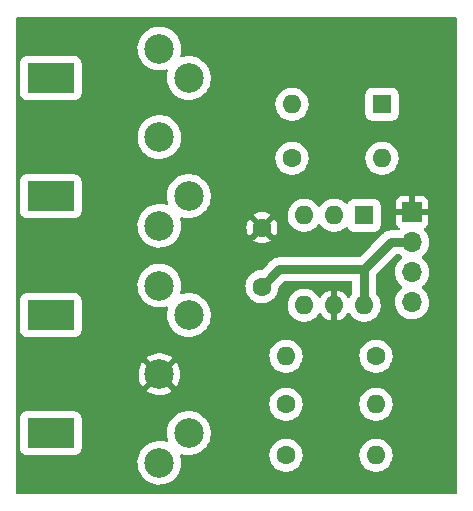
<source format=gbr>
%TF.GenerationSoftware,KiCad,Pcbnew,(6.0.5)*%
%TF.CreationDate,2022-08-17T10:56:12+01:00*%
%TF.ProjectId,MIDIModule3V3,4d494449-4d6f-4647-956c-653356332e6b,rev?*%
%TF.SameCoordinates,Original*%
%TF.FileFunction,Copper,L2,Bot*%
%TF.FilePolarity,Positive*%
%FSLAX46Y46*%
G04 Gerber Fmt 4.6, Leading zero omitted, Abs format (unit mm)*
G04 Created by KiCad (PCBNEW (6.0.5)) date 2022-08-17 10:56:12*
%MOMM*%
%LPD*%
G01*
G04 APERTURE LIST*
%TA.AperFunction,ComponentPad*%
%ADD10O,1.600000X1.600000*%
%TD*%
%TA.AperFunction,ComponentPad*%
%ADD11R,1.600000X1.600000*%
%TD*%
%TA.AperFunction,ComponentPad*%
%ADD12C,1.600000*%
%TD*%
%TA.AperFunction,ComponentPad*%
%ADD13R,1.700000X1.700000*%
%TD*%
%TA.AperFunction,ComponentPad*%
%ADD14O,1.700000X1.700000*%
%TD*%
%TA.AperFunction,ComponentPad*%
%ADD15C,2.499360*%
%TD*%
%TA.AperFunction,WasherPad*%
%ADD16R,4.000000X2.500000*%
%TD*%
%TA.AperFunction,Conductor*%
%ADD17C,0.800000*%
%TD*%
G04 APERTURE END LIST*
D10*
%TO.P,U1,6*%
%TO.N,+3V3*%
X137424000Y-88910000D03*
%TO.P,U1,5*%
%TO.N,GND*%
X134884000Y-88910000D03*
%TO.P,U1,4*%
%TO.N,Net-(J3-Pad3)*%
X132344000Y-88910000D03*
%TO.P,U1,3*%
%TO.N,unconnected-(U1-Pad3)*%
X132344000Y-81290000D03*
%TO.P,U1,2*%
%TO.N,Net-(D1-Pad2)*%
X134884000Y-81290000D03*
D11*
%TO.P,U1,1*%
%TO.N,Net-(D1-Pad1)*%
X137424000Y-81290000D03*
%TD*%
D12*
%TO.P,R4,1*%
%TO.N,+3V3*%
X138430000Y-93218000D03*
D10*
%TO.P,R4,2*%
%TO.N,Net-(J3-Pad3)*%
X130810000Y-93218000D03*
%TD*%
D12*
%TO.P,R3,1*%
%TO.N,Net-(J2-Pad5)*%
X130810000Y-97282000D03*
D10*
%TO.P,R3,2*%
%TO.N,Net-(J3-Pad4)*%
X138430000Y-97282000D03*
%TD*%
%TO.P,R2,2*%
%TO.N,+3V3*%
X138430000Y-101600000D03*
D12*
%TO.P,R2,1*%
%TO.N,Net-(J2-Pad4)*%
X130810000Y-101600000D03*
%TD*%
%TO.P,R1,1*%
%TO.N,Net-(J1-Pad4)*%
X131318000Y-76454000D03*
D10*
%TO.P,R1,2*%
%TO.N,Net-(D1-Pad1)*%
X138938000Y-76454000D03*
%TD*%
D13*
%TO.P,J3,1,Pin_1*%
%TO.N,GND*%
X141478000Y-81036000D03*
D14*
%TO.P,J3,2,Pin_2*%
%TO.N,+3V3*%
X141478000Y-83576000D03*
%TO.P,J3,3,Pin_3*%
%TO.N,Net-(J3-Pad3)*%
X141478000Y-86116000D03*
%TO.P,J3,4,Pin_4*%
%TO.N,Net-(J3-Pad4)*%
X141478000Y-88656000D03*
%TD*%
D15*
%TO.P,J2,3*%
%TO.N,unconnected-(J2-Pad3)*%
X120091200Y-87243920D03*
%TO.P,J2,4*%
%TO.N,Net-(J2-Pad4)*%
X122593100Y-99738180D03*
%TO.P,J2,2*%
%TO.N,GND*%
X120093740Y-94742000D03*
%TO.P,J2,1*%
%TO.N,unconnected-(J2-Pad1)*%
X120091200Y-102240080D03*
%TO.P,J2,5*%
%TO.N,Net-(J2-Pad5)*%
X122593100Y-89745820D03*
D16*
%TO.P,J2,*%
%TO.N,*%
X110896300Y-99743260D03*
X110896300Y-89740740D03*
%TD*%
D15*
%TO.P,J1,3*%
%TO.N,unconnected-(J1-Pad3)*%
X120091200Y-67177920D03*
%TO.P,J1,4*%
%TO.N,Net-(J1-Pad4)*%
X122593100Y-79672180D03*
%TO.P,J1,2*%
%TO.N,unconnected-(J1-Pad2)*%
X120093740Y-74676000D03*
%TO.P,J1,1*%
%TO.N,unconnected-(J1-Pad1)*%
X120091200Y-82174080D03*
%TO.P,J1,5*%
%TO.N,Net-(D1-Pad2)*%
X122593100Y-69679820D03*
D16*
%TO.P,J1,*%
%TO.N,*%
X110896300Y-79677260D03*
X110896300Y-69674740D03*
%TD*%
D11*
%TO.P,D1,1,K*%
%TO.N,Net-(D1-Pad1)*%
X138938000Y-71882000D03*
D10*
%TO.P,D1,2,A*%
%TO.N,Net-(D1-Pad2)*%
X131318000Y-71882000D03*
%TD*%
D12*
%TO.P,C1,2*%
%TO.N,GND*%
X128778000Y-82336000D03*
%TO.P,C1,1*%
%TO.N,+3V3*%
X128778000Y-87336000D03*
%TD*%
D17*
%TO.N,+3V3*%
X130252000Y-85862000D02*
X129901000Y-86213000D01*
X129901000Y-86213000D02*
X128778000Y-87336000D01*
X137424000Y-85862000D02*
X130252000Y-85862000D01*
X137424000Y-85862000D02*
X139710000Y-83576000D01*
X139710000Y-83576000D02*
X139964000Y-83576000D01*
X137424000Y-88910000D02*
X137424000Y-85862000D01*
X139964000Y-83576000D02*
X141478000Y-83576000D01*
%TD*%
%TA.AperFunction,Conductor*%
%TO.N,GND*%
G36*
X145229621Y-64536502D02*
G01*
X145276114Y-64590158D01*
X145287500Y-64642500D01*
X145287500Y-104775500D01*
X145267498Y-104843621D01*
X145213842Y-104890114D01*
X145161500Y-104901500D01*
X108076500Y-104901500D01*
X108008379Y-104881498D01*
X107961886Y-104827842D01*
X107950500Y-104775500D01*
X107950500Y-102181816D01*
X118237209Y-102181816D01*
X118237384Y-102186268D01*
X118244200Y-102359729D01*
X118247496Y-102443627D01*
X118294569Y-102701376D01*
X118377490Y-102949922D01*
X118494604Y-103184304D01*
X118643575Y-103399846D01*
X118646597Y-103403115D01*
X118818413Y-103588986D01*
X118818418Y-103588991D01*
X118821429Y-103592248D01*
X119024619Y-103757671D01*
X119249090Y-103892813D01*
X119253183Y-103894546D01*
X119486261Y-103993242D01*
X119486266Y-103993244D01*
X119490364Y-103994979D01*
X119494672Y-103996121D01*
X119494677Y-103996123D01*
X119608592Y-104026327D01*
X119743625Y-104062131D01*
X120003822Y-104092927D01*
X120265762Y-104086754D01*
X120270160Y-104086022D01*
X120519829Y-104044466D01*
X120519833Y-104044465D01*
X120524219Y-104043735D01*
X120528460Y-104042394D01*
X120528463Y-104042393D01*
X120769790Y-103966071D01*
X120769792Y-103966070D01*
X120774036Y-103964728D01*
X120778047Y-103962802D01*
X120778052Y-103962800D01*
X121006210Y-103853240D01*
X121006211Y-103853239D01*
X121010229Y-103851310D01*
X121146930Y-103759969D01*
X121224377Y-103708221D01*
X121224381Y-103708218D01*
X121228085Y-103705743D01*
X121231402Y-103702772D01*
X121231406Y-103702769D01*
X121419939Y-103533905D01*
X121419940Y-103533904D01*
X121423257Y-103530933D01*
X121591850Y-103330366D01*
X121730502Y-103108046D01*
X121780213Y-102995603D01*
X121834647Y-102872474D01*
X121836445Y-102868407D01*
X121853737Y-102807096D01*
X121906356Y-102620521D01*
X121907566Y-102616231D01*
X121909203Y-102604048D01*
X121942019Y-102359729D01*
X121942446Y-102356551D01*
X121943476Y-102323783D01*
X121946005Y-102243302D01*
X121946005Y-102243297D01*
X121946106Y-102240080D01*
X121945649Y-102233618D01*
X121927916Y-101983173D01*
X121927601Y-101978721D01*
X121914280Y-101916845D01*
X121873391Y-101726925D01*
X121873391Y-101726923D01*
X121872455Y-101722578D01*
X121849572Y-101660551D01*
X121844760Y-101589721D01*
X121879006Y-101527530D01*
X121941439Y-101493727D01*
X122000074Y-101495150D01*
X122245525Y-101560231D01*
X122505722Y-101591027D01*
X122767662Y-101584854D01*
X122800538Y-101579382D01*
X122882950Y-101565665D01*
X129405119Y-101565665D01*
X129405416Y-101570817D01*
X129405416Y-101570821D01*
X129410590Y-101660554D01*
X129418376Y-101795580D01*
X129419513Y-101800626D01*
X129419514Y-101800632D01*
X129441226Y-101896975D01*
X129469006Y-102020242D01*
X129470948Y-102025024D01*
X129470949Y-102025028D01*
X129508427Y-102117325D01*
X129555649Y-102233618D01*
X129675979Y-102429978D01*
X129826763Y-102604048D01*
X130003953Y-102751154D01*
X130202790Y-102867345D01*
X130417934Y-102949501D01*
X130423000Y-102950532D01*
X130423001Y-102950532D01*
X130439605Y-102953910D01*
X130643607Y-102995414D01*
X130773352Y-103000172D01*
X130868585Y-103003664D01*
X130868589Y-103003664D01*
X130873749Y-103003853D01*
X130878869Y-103003197D01*
X130878871Y-103003197D01*
X130948272Y-102994307D01*
X131102178Y-102974591D01*
X131107126Y-102973106D01*
X131107133Y-102973105D01*
X131317811Y-102909898D01*
X131317810Y-102909898D01*
X131322761Y-102908413D01*
X131529574Y-102807096D01*
X131717062Y-102673363D01*
X131880190Y-102510803D01*
X131938269Y-102429978D01*
X132011559Y-102327983D01*
X132014577Y-102323783D01*
X132116615Y-102117325D01*
X132157374Y-101983173D01*
X132182059Y-101901927D01*
X132182060Y-101901921D01*
X132183563Y-101896975D01*
X132213622Y-101668649D01*
X132215300Y-101600000D01*
X132212477Y-101565665D01*
X137025119Y-101565665D01*
X137025416Y-101570817D01*
X137025416Y-101570821D01*
X137030590Y-101660554D01*
X137038376Y-101795580D01*
X137039513Y-101800626D01*
X137039514Y-101800632D01*
X137061226Y-101896975D01*
X137089006Y-102020242D01*
X137090948Y-102025024D01*
X137090949Y-102025028D01*
X137128427Y-102117325D01*
X137175649Y-102233618D01*
X137295979Y-102429978D01*
X137446763Y-102604048D01*
X137623953Y-102751154D01*
X137822790Y-102867345D01*
X138037934Y-102949501D01*
X138043000Y-102950532D01*
X138043001Y-102950532D01*
X138059605Y-102953910D01*
X138263607Y-102995414D01*
X138393352Y-103000172D01*
X138488585Y-103003664D01*
X138488589Y-103003664D01*
X138493749Y-103003853D01*
X138498869Y-103003197D01*
X138498871Y-103003197D01*
X138568272Y-102994307D01*
X138722178Y-102974591D01*
X138727126Y-102973106D01*
X138727133Y-102973105D01*
X138937811Y-102909898D01*
X138937810Y-102909898D01*
X138942761Y-102908413D01*
X139149574Y-102807096D01*
X139337062Y-102673363D01*
X139500190Y-102510803D01*
X139558269Y-102429978D01*
X139631559Y-102327983D01*
X139634577Y-102323783D01*
X139736615Y-102117325D01*
X139777374Y-101983173D01*
X139802059Y-101901927D01*
X139802060Y-101901921D01*
X139803563Y-101896975D01*
X139833622Y-101668649D01*
X139835300Y-101600000D01*
X139816430Y-101370478D01*
X139760326Y-101147120D01*
X139668496Y-100935924D01*
X139543405Y-100742563D01*
X139522774Y-100719889D01*
X139391890Y-100576051D01*
X139391889Y-100576050D01*
X139388412Y-100572229D01*
X139384361Y-100569030D01*
X139384357Y-100569026D01*
X139211735Y-100432697D01*
X139211730Y-100432693D01*
X139207681Y-100429496D01*
X139203165Y-100427003D01*
X139203162Y-100427001D01*
X139010589Y-100320695D01*
X139010585Y-100320693D01*
X139006065Y-100318198D01*
X139001196Y-100316474D01*
X139001192Y-100316472D01*
X138793853Y-100243049D01*
X138793849Y-100243048D01*
X138788978Y-100241323D01*
X138783885Y-100240416D01*
X138783882Y-100240415D01*
X138687707Y-100223284D01*
X138562250Y-100200937D01*
X138475802Y-100199881D01*
X138337141Y-100198186D01*
X138337139Y-100198186D01*
X138331971Y-100198123D01*
X138104325Y-100232958D01*
X137885424Y-100304506D01*
X137880832Y-100306896D01*
X137880833Y-100306896D01*
X137730023Y-100385403D01*
X137681149Y-100410845D01*
X137496984Y-100549119D01*
X137337877Y-100715616D01*
X137208099Y-100905863D01*
X137205923Y-100910552D01*
X137205919Y-100910558D01*
X137113315Y-101110057D01*
X137111136Y-101114752D01*
X137049592Y-101336673D01*
X137049043Y-101341810D01*
X137025700Y-101560231D01*
X137025119Y-101565665D01*
X132212477Y-101565665D01*
X132196430Y-101370478D01*
X132140326Y-101147120D01*
X132048496Y-100935924D01*
X131923405Y-100742563D01*
X131902774Y-100719889D01*
X131771890Y-100576051D01*
X131771889Y-100576050D01*
X131768412Y-100572229D01*
X131764361Y-100569030D01*
X131764357Y-100569026D01*
X131591735Y-100432697D01*
X131591730Y-100432693D01*
X131587681Y-100429496D01*
X131583165Y-100427003D01*
X131583162Y-100427001D01*
X131390589Y-100320695D01*
X131390585Y-100320693D01*
X131386065Y-100318198D01*
X131381196Y-100316474D01*
X131381192Y-100316472D01*
X131173853Y-100243049D01*
X131173849Y-100243048D01*
X131168978Y-100241323D01*
X131163885Y-100240416D01*
X131163882Y-100240415D01*
X131067707Y-100223284D01*
X130942250Y-100200937D01*
X130855802Y-100199881D01*
X130717141Y-100198186D01*
X130717139Y-100198186D01*
X130711971Y-100198123D01*
X130484325Y-100232958D01*
X130265424Y-100304506D01*
X130260832Y-100306896D01*
X130260833Y-100306896D01*
X130110023Y-100385403D01*
X130061149Y-100410845D01*
X129876984Y-100549119D01*
X129717877Y-100715616D01*
X129588099Y-100905863D01*
X129585923Y-100910552D01*
X129585919Y-100910558D01*
X129493315Y-101110057D01*
X129491136Y-101114752D01*
X129429592Y-101336673D01*
X129429043Y-101341810D01*
X129405700Y-101560231D01*
X129405119Y-101565665D01*
X122882950Y-101565665D01*
X123021729Y-101542566D01*
X123021733Y-101542565D01*
X123026119Y-101541835D01*
X123030360Y-101540494D01*
X123030363Y-101540493D01*
X123271690Y-101464171D01*
X123271692Y-101464170D01*
X123275936Y-101462828D01*
X123279947Y-101460902D01*
X123279952Y-101460900D01*
X123508110Y-101351340D01*
X123508111Y-101351339D01*
X123512129Y-101349410D01*
X123621666Y-101276220D01*
X123726277Y-101206321D01*
X123726281Y-101206318D01*
X123729985Y-101203843D01*
X123733302Y-101200872D01*
X123733306Y-101200869D01*
X123921839Y-101032005D01*
X123921840Y-101032004D01*
X123925157Y-101029033D01*
X124093750Y-100828466D01*
X124232402Y-100606146D01*
X124252047Y-100561711D01*
X124336547Y-100370574D01*
X124338345Y-100366507D01*
X124409466Y-100114331D01*
X124444346Y-99854651D01*
X124448006Y-99738180D01*
X124429501Y-99476821D01*
X124416180Y-99414945D01*
X124375291Y-99225025D01*
X124375291Y-99225023D01*
X124374355Y-99220678D01*
X124283667Y-98974860D01*
X124159249Y-98744272D01*
X124003582Y-98533515D01*
X123921184Y-98449812D01*
X123901532Y-98429849D01*
X123819771Y-98346794D01*
X123611486Y-98187836D01*
X123560355Y-98159201D01*
X123386767Y-98061987D01*
X123386764Y-98061986D01*
X123382881Y-98059811D01*
X123378742Y-98058210D01*
X123378734Y-98058206D01*
X123197939Y-97988263D01*
X123138517Y-97965274D01*
X123134192Y-97964271D01*
X123134187Y-97964270D01*
X122994009Y-97931779D01*
X122883271Y-97906111D01*
X122622236Y-97883503D01*
X122617801Y-97883747D01*
X122617797Y-97883747D01*
X122502668Y-97890083D01*
X122360619Y-97897900D01*
X122103640Y-97949017D01*
X121988698Y-97989381D01*
X121860635Y-98034353D01*
X121860627Y-98034356D01*
X121856428Y-98035831D01*
X121852475Y-98037884D01*
X121852469Y-98037887D01*
X121787716Y-98071524D01*
X121623914Y-98156613D01*
X121573271Y-98192803D01*
X121414359Y-98306362D01*
X121414355Y-98306365D01*
X121410738Y-98308950D01*
X121221154Y-98489805D01*
X121218398Y-98493301D01*
X121218397Y-98493302D01*
X121067119Y-98685197D01*
X121058943Y-98695568D01*
X121028379Y-98748188D01*
X120929577Y-98918287D01*
X120929574Y-98918293D01*
X120927343Y-98922134D01*
X120828980Y-99164983D01*
X120765815Y-99419268D01*
X120739109Y-99679916D01*
X120739284Y-99684368D01*
X120746100Y-99857829D01*
X120749396Y-99941727D01*
X120796469Y-100199476D01*
X120830974Y-100302899D01*
X120837964Y-100323852D01*
X120840548Y-100394801D01*
X120804365Y-100455885D01*
X120740900Y-100487710D01*
X120672978Y-100481241D01*
X120636617Y-100467174D01*
X120632292Y-100466171D01*
X120632287Y-100466170D01*
X120463299Y-100427001D01*
X120381371Y-100408011D01*
X120120336Y-100385403D01*
X120115901Y-100385647D01*
X120115897Y-100385647D01*
X120000768Y-100391983D01*
X119858719Y-100399800D01*
X119601740Y-100450917D01*
X119496968Y-100487710D01*
X119358735Y-100536253D01*
X119358727Y-100536256D01*
X119354528Y-100537731D01*
X119350575Y-100539784D01*
X119350569Y-100539787D01*
X119225706Y-100604649D01*
X119122014Y-100658513D01*
X119047335Y-100711879D01*
X118912459Y-100808262D01*
X118912455Y-100808265D01*
X118908838Y-100810850D01*
X118719254Y-100991705D01*
X118716498Y-100995201D01*
X118716497Y-100995202D01*
X118592783Y-101152132D01*
X118557043Y-101197468D01*
X118551901Y-101206321D01*
X118427677Y-101420187D01*
X118427674Y-101420193D01*
X118425443Y-101424034D01*
X118423773Y-101428157D01*
X118352808Y-101603364D01*
X118327080Y-101666883D01*
X118263915Y-101921168D01*
X118237209Y-102181816D01*
X107950500Y-102181816D01*
X107950500Y-98453899D01*
X108295800Y-98453899D01*
X108295801Y-101032620D01*
X108311256Y-101150022D01*
X108371764Y-101296101D01*
X108468018Y-101421542D01*
X108593459Y-101517796D01*
X108739538Y-101578304D01*
X108747726Y-101579382D01*
X108852845Y-101593221D01*
X108856939Y-101593760D01*
X110896052Y-101593760D01*
X112935660Y-101593759D01*
X112939744Y-101593221D01*
X112939750Y-101593221D01*
X113044875Y-101579382D01*
X113044877Y-101579382D01*
X113053062Y-101578304D01*
X113199141Y-101517796D01*
X113324582Y-101421542D01*
X113420836Y-101296101D01*
X113481344Y-101150022D01*
X113496800Y-101032621D01*
X113496799Y-98453900D01*
X113483828Y-98355363D01*
X113482422Y-98344685D01*
X113482422Y-98344683D01*
X113481344Y-98336498D01*
X113420836Y-98190419D01*
X113324582Y-98064978D01*
X113199141Y-97968724D01*
X113053062Y-97908216D01*
X112974704Y-97897900D01*
X112939748Y-97893298D01*
X112939747Y-97893298D01*
X112935661Y-97892760D01*
X110896548Y-97892760D01*
X108856940Y-97892761D01*
X108852856Y-97893299D01*
X108852850Y-97893299D01*
X108747725Y-97907138D01*
X108747723Y-97907138D01*
X108739538Y-97908216D01*
X108593459Y-97968724D01*
X108468018Y-98064978D01*
X108371764Y-98190419D01*
X108311256Y-98336498D01*
X108310178Y-98344685D01*
X108310178Y-98344686D01*
X108309901Y-98346794D01*
X108295800Y-98453899D01*
X107950500Y-98453899D01*
X107950500Y-97247665D01*
X129405119Y-97247665D01*
X129405416Y-97252817D01*
X129405416Y-97252821D01*
X129410864Y-97347296D01*
X129418376Y-97477580D01*
X129419513Y-97482626D01*
X129419514Y-97482632D01*
X129441226Y-97578975D01*
X129469006Y-97702242D01*
X129470948Y-97707024D01*
X129470949Y-97707028D01*
X129552643Y-97908216D01*
X129555649Y-97915618D01*
X129675979Y-98111978D01*
X129826763Y-98286048D01*
X130003953Y-98433154D01*
X130202790Y-98549345D01*
X130417934Y-98631501D01*
X130423000Y-98632532D01*
X130423001Y-98632532D01*
X130523697Y-98653018D01*
X130643607Y-98677414D01*
X130773352Y-98682172D01*
X130868585Y-98685664D01*
X130868589Y-98685664D01*
X130873749Y-98685853D01*
X130878869Y-98685197D01*
X130878871Y-98685197D01*
X130948272Y-98676307D01*
X131102178Y-98656591D01*
X131107126Y-98655106D01*
X131107133Y-98655105D01*
X131317811Y-98591898D01*
X131317810Y-98591898D01*
X131322761Y-98590413D01*
X131529574Y-98489096D01*
X131717062Y-98355363D01*
X131880190Y-98192803D01*
X131886611Y-98183868D01*
X132011559Y-98009983D01*
X132014577Y-98005783D01*
X132034455Y-97965564D01*
X132070436Y-97892761D01*
X132116615Y-97799325D01*
X132147643Y-97697200D01*
X132182059Y-97583927D01*
X132182060Y-97583921D01*
X132183563Y-97578975D01*
X132213622Y-97350649D01*
X132215300Y-97282000D01*
X132212477Y-97247665D01*
X137025119Y-97247665D01*
X137025416Y-97252817D01*
X137025416Y-97252821D01*
X137030864Y-97347296D01*
X137038376Y-97477580D01*
X137039513Y-97482626D01*
X137039514Y-97482632D01*
X137061226Y-97578975D01*
X137089006Y-97702242D01*
X137090948Y-97707024D01*
X137090949Y-97707028D01*
X137172643Y-97908216D01*
X137175649Y-97915618D01*
X137295979Y-98111978D01*
X137446763Y-98286048D01*
X137623953Y-98433154D01*
X137822790Y-98549345D01*
X138037934Y-98631501D01*
X138043000Y-98632532D01*
X138043001Y-98632532D01*
X138143697Y-98653018D01*
X138263607Y-98677414D01*
X138393352Y-98682172D01*
X138488585Y-98685664D01*
X138488589Y-98685664D01*
X138493749Y-98685853D01*
X138498869Y-98685197D01*
X138498871Y-98685197D01*
X138568272Y-98676307D01*
X138722178Y-98656591D01*
X138727126Y-98655106D01*
X138727133Y-98655105D01*
X138937811Y-98591898D01*
X138937810Y-98591898D01*
X138942761Y-98590413D01*
X139149574Y-98489096D01*
X139337062Y-98355363D01*
X139500190Y-98192803D01*
X139506611Y-98183868D01*
X139631559Y-98009983D01*
X139634577Y-98005783D01*
X139654455Y-97965564D01*
X139690436Y-97892761D01*
X139736615Y-97799325D01*
X139767643Y-97697200D01*
X139802059Y-97583927D01*
X139802060Y-97583921D01*
X139803563Y-97578975D01*
X139833622Y-97350649D01*
X139835300Y-97282000D01*
X139816430Y-97052478D01*
X139760326Y-96829120D01*
X139668496Y-96617924D01*
X139575325Y-96473903D01*
X139546215Y-96428906D01*
X139546213Y-96428903D01*
X139543405Y-96424563D01*
X139529946Y-96409771D01*
X139391890Y-96258051D01*
X139391889Y-96258050D01*
X139388412Y-96254229D01*
X139384361Y-96251030D01*
X139384357Y-96251026D01*
X139211735Y-96114697D01*
X139211730Y-96114693D01*
X139207681Y-96111496D01*
X139203165Y-96109003D01*
X139203162Y-96109001D01*
X139010589Y-96002695D01*
X139010585Y-96002693D01*
X139006065Y-96000198D01*
X139001196Y-95998474D01*
X139001192Y-95998472D01*
X138793853Y-95925049D01*
X138793849Y-95925048D01*
X138788978Y-95923323D01*
X138783885Y-95922416D01*
X138783882Y-95922415D01*
X138687707Y-95905284D01*
X138562250Y-95882937D01*
X138475802Y-95881881D01*
X138337141Y-95880186D01*
X138337139Y-95880186D01*
X138331971Y-95880123D01*
X138104325Y-95914958D01*
X137885424Y-95986506D01*
X137681149Y-96092845D01*
X137496984Y-96231119D01*
X137337877Y-96397616D01*
X137208099Y-96587863D01*
X137205923Y-96592552D01*
X137205919Y-96592558D01*
X137194145Y-96617924D01*
X137111136Y-96796752D01*
X137049592Y-97018673D01*
X137025119Y-97247665D01*
X132212477Y-97247665D01*
X132196430Y-97052478D01*
X132140326Y-96829120D01*
X132048496Y-96617924D01*
X131955325Y-96473903D01*
X131926215Y-96428906D01*
X131926213Y-96428903D01*
X131923405Y-96424563D01*
X131909946Y-96409771D01*
X131771890Y-96258051D01*
X131771889Y-96258050D01*
X131768412Y-96254229D01*
X131764361Y-96251030D01*
X131764357Y-96251026D01*
X131591735Y-96114697D01*
X131591730Y-96114693D01*
X131587681Y-96111496D01*
X131583165Y-96109003D01*
X131583162Y-96109001D01*
X131390589Y-96002695D01*
X131390585Y-96002693D01*
X131386065Y-96000198D01*
X131381196Y-95998474D01*
X131381192Y-95998472D01*
X131173853Y-95925049D01*
X131173849Y-95925048D01*
X131168978Y-95923323D01*
X131163885Y-95922416D01*
X131163882Y-95922415D01*
X131067707Y-95905284D01*
X130942250Y-95882937D01*
X130855802Y-95881881D01*
X130717141Y-95880186D01*
X130717139Y-95880186D01*
X130711971Y-95880123D01*
X130484325Y-95914958D01*
X130265424Y-95986506D01*
X130061149Y-96092845D01*
X129876984Y-96231119D01*
X129717877Y-96397616D01*
X129588099Y-96587863D01*
X129585923Y-96592552D01*
X129585919Y-96592558D01*
X129574145Y-96617924D01*
X129491136Y-96796752D01*
X129429592Y-97018673D01*
X129405119Y-97247665D01*
X107950500Y-97247665D01*
X107950500Y-96150904D01*
X119049581Y-96150904D01*
X119058294Y-96162424D01*
X119155929Y-96234012D01*
X119163839Y-96238955D01*
X119386758Y-96356238D01*
X119395321Y-96359961D01*
X119633127Y-96443008D01*
X119642136Y-96445422D01*
X119889619Y-96492408D01*
X119898874Y-96493462D01*
X120150586Y-96503352D01*
X120159900Y-96503026D01*
X120410297Y-96475604D01*
X120419474Y-96473903D01*
X120663066Y-96409771D01*
X120671885Y-96406734D01*
X120903332Y-96307296D01*
X120911591Y-96302997D01*
X121125808Y-96170436D01*
X121132707Y-96165424D01*
X121141031Y-96152792D01*
X121134967Y-96142437D01*
X120106552Y-95114022D01*
X120092608Y-95106408D01*
X120090775Y-95106539D01*
X120084160Y-95110790D01*
X119056239Y-96138711D01*
X119049581Y-96150904D01*
X107950500Y-96150904D01*
X107950500Y-94700532D01*
X118331959Y-94700532D01*
X118344045Y-94952136D01*
X118345182Y-94961396D01*
X118394325Y-95208457D01*
X118396814Y-95217432D01*
X118481936Y-95454514D01*
X118485733Y-95463042D01*
X118604957Y-95684928D01*
X118609968Y-95692795D01*
X118673415Y-95777761D01*
X118684673Y-95786210D01*
X118697092Y-95779438D01*
X119721718Y-94754812D01*
X119728096Y-94743132D01*
X120458148Y-94743132D01*
X120458279Y-94744965D01*
X120462530Y-94751580D01*
X121493422Y-95782472D01*
X121505802Y-95789232D01*
X121514143Y-95782988D01*
X121640223Y-95586975D01*
X121644670Y-95578783D01*
X121748128Y-95349116D01*
X121751323Y-95340338D01*
X121819695Y-95097906D01*
X121821553Y-95088777D01*
X121853535Y-94837378D01*
X121854016Y-94831092D01*
X121856266Y-94745160D01*
X121856115Y-94738851D01*
X121837334Y-94486122D01*
X121835957Y-94476916D01*
X121780362Y-94231220D01*
X121777638Y-94222309D01*
X121686338Y-93987530D01*
X121682327Y-93979121D01*
X121557328Y-93760420D01*
X121552117Y-93752694D01*
X121514904Y-93705490D01*
X121502978Y-93697018D01*
X121491446Y-93703504D01*
X120465762Y-94729188D01*
X120458148Y-94743132D01*
X119728096Y-94743132D01*
X119729332Y-94740868D01*
X119729201Y-94739035D01*
X119724950Y-94732420D01*
X118695289Y-93702759D01*
X118681981Y-93695492D01*
X118671942Y-93702614D01*
X118661762Y-93714854D01*
X118656350Y-93722441D01*
X118525666Y-93937800D01*
X118521437Y-93946101D01*
X118424025Y-94178401D01*
X118421064Y-94187251D01*
X118359062Y-94431387D01*
X118357440Y-94440584D01*
X118332204Y-94691206D01*
X118331959Y-94700532D01*
X107950500Y-94700532D01*
X107950500Y-93331034D01*
X119047187Y-93331034D01*
X119051760Y-93340810D01*
X120080928Y-94369978D01*
X120094872Y-94377592D01*
X120096705Y-94377461D01*
X120103320Y-94373210D01*
X121131928Y-93344602D01*
X121138312Y-93332912D01*
X121128900Y-93320801D01*
X120992170Y-93225948D01*
X120984145Y-93221220D01*
X120907991Y-93183665D01*
X129405119Y-93183665D01*
X129405416Y-93188817D01*
X129405416Y-93188821D01*
X129407557Y-93225948D01*
X129418376Y-93413580D01*
X129419513Y-93418626D01*
X129419514Y-93418632D01*
X129441226Y-93514975D01*
X129469006Y-93638242D01*
X129470948Y-93643024D01*
X129470949Y-93643028D01*
X129508427Y-93735325D01*
X129555649Y-93851618D01*
X129675979Y-94047978D01*
X129826763Y-94222048D01*
X130003953Y-94369154D01*
X130202790Y-94485345D01*
X130417934Y-94567501D01*
X130423000Y-94568532D01*
X130423001Y-94568532D01*
X130523697Y-94589018D01*
X130643607Y-94613414D01*
X130773352Y-94618172D01*
X130868585Y-94621664D01*
X130868589Y-94621664D01*
X130873749Y-94621853D01*
X130878869Y-94621197D01*
X130878871Y-94621197D01*
X130948272Y-94612307D01*
X131102178Y-94592591D01*
X131107126Y-94591106D01*
X131107133Y-94591105D01*
X131317811Y-94527898D01*
X131317810Y-94527898D01*
X131322761Y-94526413D01*
X131529574Y-94425096D01*
X131717062Y-94291363D01*
X131880190Y-94128803D01*
X131938269Y-94047978D01*
X132011559Y-93945983D01*
X132014577Y-93941783D01*
X132116615Y-93735325D01*
X132147643Y-93633200D01*
X132182059Y-93519927D01*
X132182060Y-93519921D01*
X132183563Y-93514975D01*
X132206492Y-93340810D01*
X132213185Y-93289971D01*
X132213185Y-93289965D01*
X132213622Y-93286649D01*
X132215300Y-93218000D01*
X132212477Y-93183665D01*
X137025119Y-93183665D01*
X137025416Y-93188817D01*
X137025416Y-93188821D01*
X137027557Y-93225948D01*
X137038376Y-93413580D01*
X137039513Y-93418626D01*
X137039514Y-93418632D01*
X137061226Y-93514975D01*
X137089006Y-93638242D01*
X137090948Y-93643024D01*
X137090949Y-93643028D01*
X137128427Y-93735325D01*
X137175649Y-93851618D01*
X137295979Y-94047978D01*
X137446763Y-94222048D01*
X137623953Y-94369154D01*
X137822790Y-94485345D01*
X138037934Y-94567501D01*
X138043000Y-94568532D01*
X138043001Y-94568532D01*
X138143697Y-94589018D01*
X138263607Y-94613414D01*
X138393352Y-94618172D01*
X138488585Y-94621664D01*
X138488589Y-94621664D01*
X138493749Y-94621853D01*
X138498869Y-94621197D01*
X138498871Y-94621197D01*
X138568272Y-94612307D01*
X138722178Y-94592591D01*
X138727126Y-94591106D01*
X138727133Y-94591105D01*
X138937811Y-94527898D01*
X138937810Y-94527898D01*
X138942761Y-94526413D01*
X139149574Y-94425096D01*
X139337062Y-94291363D01*
X139500190Y-94128803D01*
X139558269Y-94047978D01*
X139631559Y-93945983D01*
X139634577Y-93941783D01*
X139736615Y-93735325D01*
X139767643Y-93633200D01*
X139802059Y-93519927D01*
X139802060Y-93519921D01*
X139803563Y-93514975D01*
X139826492Y-93340810D01*
X139833185Y-93289971D01*
X139833185Y-93289965D01*
X139833622Y-93286649D01*
X139835300Y-93218000D01*
X139816430Y-92988478D01*
X139760326Y-92765120D01*
X139668496Y-92553924D01*
X139543405Y-92360563D01*
X139522774Y-92337889D01*
X139391890Y-92194051D01*
X139391889Y-92194050D01*
X139388412Y-92190229D01*
X139384361Y-92187030D01*
X139384357Y-92187026D01*
X139211735Y-92050697D01*
X139211730Y-92050693D01*
X139207681Y-92047496D01*
X139203165Y-92045003D01*
X139203162Y-92045001D01*
X139010589Y-91938695D01*
X139010585Y-91938693D01*
X139006065Y-91936198D01*
X139001196Y-91934474D01*
X139001192Y-91934472D01*
X138793853Y-91861049D01*
X138793849Y-91861048D01*
X138788978Y-91859323D01*
X138783885Y-91858416D01*
X138783882Y-91858415D01*
X138687707Y-91841284D01*
X138562250Y-91818937D01*
X138475802Y-91817881D01*
X138337141Y-91816186D01*
X138337139Y-91816186D01*
X138331971Y-91816123D01*
X138104325Y-91850958D01*
X137885424Y-91922506D01*
X137681149Y-92028845D01*
X137496984Y-92167119D01*
X137337877Y-92333616D01*
X137208099Y-92523863D01*
X137205923Y-92528552D01*
X137205919Y-92528558D01*
X137194145Y-92553924D01*
X137111136Y-92732752D01*
X137049592Y-92954673D01*
X137049043Y-92959810D01*
X137033386Y-93106314D01*
X137025119Y-93183665D01*
X132212477Y-93183665D01*
X132196430Y-92988478D01*
X132140326Y-92765120D01*
X132048496Y-92553924D01*
X131923405Y-92360563D01*
X131902774Y-92337889D01*
X131771890Y-92194051D01*
X131771889Y-92194050D01*
X131768412Y-92190229D01*
X131764361Y-92187030D01*
X131764357Y-92187026D01*
X131591735Y-92050697D01*
X131591730Y-92050693D01*
X131587681Y-92047496D01*
X131583165Y-92045003D01*
X131583162Y-92045001D01*
X131390589Y-91938695D01*
X131390585Y-91938693D01*
X131386065Y-91936198D01*
X131381196Y-91934474D01*
X131381192Y-91934472D01*
X131173853Y-91861049D01*
X131173849Y-91861048D01*
X131168978Y-91859323D01*
X131163885Y-91858416D01*
X131163882Y-91858415D01*
X131067707Y-91841284D01*
X130942250Y-91818937D01*
X130855802Y-91817881D01*
X130717141Y-91816186D01*
X130717139Y-91816186D01*
X130711971Y-91816123D01*
X130484325Y-91850958D01*
X130265424Y-91922506D01*
X130061149Y-92028845D01*
X129876984Y-92167119D01*
X129717877Y-92333616D01*
X129588099Y-92523863D01*
X129585923Y-92528552D01*
X129585919Y-92528558D01*
X129574145Y-92553924D01*
X129491136Y-92732752D01*
X129429592Y-92954673D01*
X129429043Y-92959810D01*
X129413386Y-93106314D01*
X129405119Y-93183665D01*
X120907991Y-93183665D01*
X120758211Y-93109801D01*
X120749579Y-93106314D01*
X120509664Y-93029517D01*
X120500603Y-93027341D01*
X120251972Y-92986849D01*
X120242685Y-92986037D01*
X119990812Y-92982740D01*
X119981500Y-92983310D01*
X119731903Y-93017278D01*
X119722785Y-93019216D01*
X119480960Y-93089702D01*
X119472207Y-93092974D01*
X119243456Y-93198430D01*
X119235301Y-93202950D01*
X119056325Y-93320292D01*
X119047187Y-93331034D01*
X107950500Y-93331034D01*
X107950500Y-88451379D01*
X108295800Y-88451379D01*
X108295801Y-91030100D01*
X108296339Y-91034184D01*
X108296339Y-91034190D01*
X108304308Y-91094726D01*
X108311256Y-91147502D01*
X108371764Y-91293581D01*
X108468018Y-91419022D01*
X108593459Y-91515276D01*
X108739538Y-91575784D01*
X108747726Y-91576862D01*
X108852845Y-91590701D01*
X108856939Y-91591240D01*
X110896052Y-91591240D01*
X112935660Y-91591239D01*
X112939744Y-91590701D01*
X112939750Y-91590701D01*
X113044875Y-91576862D01*
X113044877Y-91576862D01*
X113053062Y-91575784D01*
X113199141Y-91515276D01*
X113324582Y-91419022D01*
X113420836Y-91293581D01*
X113481344Y-91147502D01*
X113496800Y-91030101D01*
X113496799Y-88451380D01*
X113493121Y-88423435D01*
X113482422Y-88342165D01*
X113482422Y-88342163D01*
X113481344Y-88333978D01*
X113420836Y-88187899D01*
X113324582Y-88062458D01*
X113317347Y-88056906D01*
X113229780Y-87989714D01*
X113199141Y-87966204D01*
X113053062Y-87905696D01*
X112945437Y-87891527D01*
X112939748Y-87890778D01*
X112939747Y-87890778D01*
X112935661Y-87890240D01*
X110896548Y-87890240D01*
X108856940Y-87890241D01*
X108852856Y-87890779D01*
X108852850Y-87890779D01*
X108747725Y-87904618D01*
X108747723Y-87904618D01*
X108739538Y-87905696D01*
X108593459Y-87966204D01*
X108562820Y-87989714D01*
X108475254Y-88056906D01*
X108468018Y-88062458D01*
X108371764Y-88187899D01*
X108311256Y-88333978D01*
X108295800Y-88451379D01*
X107950500Y-88451379D01*
X107950500Y-87185656D01*
X118237209Y-87185656D01*
X118237384Y-87190108D01*
X118245814Y-87404649D01*
X118247496Y-87447467D01*
X118248296Y-87451847D01*
X118289008Y-87674764D01*
X118294569Y-87705216D01*
X118315499Y-87767951D01*
X118373492Y-87941777D01*
X118377490Y-87953762D01*
X118494604Y-88188144D01*
X118643575Y-88403686D01*
X118646597Y-88406955D01*
X118818413Y-88592826D01*
X118818418Y-88592831D01*
X118821429Y-88596088D01*
X119024619Y-88761511D01*
X119249090Y-88896653D01*
X119319691Y-88926548D01*
X119486261Y-88997082D01*
X119486266Y-88997084D01*
X119490364Y-88998819D01*
X119494672Y-88999961D01*
X119494677Y-88999963D01*
X119608592Y-89030167D01*
X119743625Y-89065971D01*
X120003822Y-89096767D01*
X120265762Y-89090594D01*
X120292185Y-89086196D01*
X120519829Y-89048306D01*
X120519833Y-89048305D01*
X120524219Y-89047575D01*
X120528460Y-89046234D01*
X120528463Y-89046233D01*
X120574501Y-89031673D01*
X120676547Y-88999400D01*
X120747526Y-88997930D01*
X120808034Y-89035068D01*
X120838858Y-89099025D01*
X120831627Y-89164130D01*
X120832028Y-89164260D01*
X120831396Y-89166205D01*
X120831327Y-89166827D01*
X120830653Y-89168491D01*
X120830651Y-89168499D01*
X120828980Y-89172623D01*
X120827909Y-89176936D01*
X120827907Y-89176941D01*
X120789827Y-89330242D01*
X120765815Y-89426908D01*
X120739109Y-89687556D01*
X120740996Y-89735577D01*
X120747700Y-89906191D01*
X120749396Y-89949367D01*
X120796469Y-90207116D01*
X120879390Y-90455662D01*
X120996504Y-90690044D01*
X121145475Y-90905586D01*
X121148497Y-90908855D01*
X121320313Y-91094726D01*
X121320318Y-91094731D01*
X121323329Y-91097988D01*
X121526519Y-91263411D01*
X121750990Y-91398553D01*
X121799329Y-91419022D01*
X121988161Y-91498982D01*
X121988166Y-91498984D01*
X121992264Y-91500719D01*
X121996572Y-91501861D01*
X121996577Y-91501863D01*
X122110492Y-91532067D01*
X122245525Y-91567871D01*
X122505722Y-91598667D01*
X122767662Y-91592494D01*
X122778428Y-91590702D01*
X123021729Y-91550206D01*
X123021733Y-91550205D01*
X123026119Y-91549475D01*
X123030360Y-91548134D01*
X123030363Y-91548133D01*
X123271690Y-91471811D01*
X123271692Y-91471810D01*
X123275936Y-91470468D01*
X123279947Y-91468542D01*
X123279952Y-91468540D01*
X123508110Y-91358980D01*
X123508111Y-91358979D01*
X123512129Y-91357050D01*
X123648830Y-91265709D01*
X123726277Y-91213961D01*
X123726281Y-91213958D01*
X123729985Y-91211483D01*
X123733302Y-91208512D01*
X123733306Y-91208509D01*
X123921839Y-91039645D01*
X123921840Y-91039644D01*
X123925157Y-91036673D01*
X124093750Y-90836106D01*
X124232402Y-90613786D01*
X124338345Y-90374147D01*
X124409466Y-90121971D01*
X124410525Y-90114092D01*
X124436733Y-89918972D01*
X124444346Y-89862291D01*
X124447627Y-89757875D01*
X124447905Y-89749042D01*
X124447905Y-89749037D01*
X124448006Y-89745820D01*
X124429501Y-89484461D01*
X124416180Y-89422585D01*
X124375291Y-89232665D01*
X124375291Y-89232663D01*
X124374355Y-89228318D01*
X124283667Y-88982500D01*
X124226022Y-88875665D01*
X130939119Y-88875665D01*
X130939416Y-88880817D01*
X130939416Y-88880821D01*
X130942239Y-88929774D01*
X130952376Y-89105580D01*
X130953513Y-89110626D01*
X130953514Y-89110632D01*
X130975226Y-89206975D01*
X131003006Y-89330242D01*
X131004948Y-89335024D01*
X131004949Y-89335028D01*
X131076486Y-89511201D01*
X131089649Y-89543618D01*
X131142060Y-89629144D01*
X131207277Y-89735568D01*
X131209979Y-89739978D01*
X131360763Y-89914048D01*
X131537953Y-90061154D01*
X131736790Y-90177345D01*
X131741615Y-90179187D01*
X131741616Y-90179188D01*
X131773580Y-90191394D01*
X131951934Y-90259501D01*
X131957000Y-90260532D01*
X131957001Y-90260532D01*
X132057697Y-90281018D01*
X132177607Y-90305414D01*
X132307352Y-90310172D01*
X132402585Y-90313664D01*
X132402589Y-90313664D01*
X132407749Y-90313853D01*
X132412869Y-90313197D01*
X132412871Y-90313197D01*
X132482272Y-90304307D01*
X132636178Y-90284591D01*
X132641126Y-90283106D01*
X132641133Y-90283105D01*
X132851811Y-90219898D01*
X132851810Y-90219898D01*
X132856761Y-90218413D01*
X133063574Y-90117096D01*
X133251062Y-89983363D01*
X133414190Y-89820803D01*
X133452361Y-89767683D01*
X133545559Y-89637983D01*
X133548577Y-89633783D01*
X133555928Y-89618910D01*
X133604039Y-89566705D01*
X133672740Y-89548797D01*
X133740217Y-89570875D01*
X133772097Y-89602467D01*
X133875028Y-89749467D01*
X133882084Y-89757875D01*
X134036125Y-89911916D01*
X134044533Y-89918972D01*
X134222993Y-90043931D01*
X134232489Y-90049414D01*
X134429947Y-90141490D01*
X134440239Y-90145236D01*
X134612503Y-90191394D01*
X134626599Y-90191058D01*
X134630000Y-90183116D01*
X134630000Y-87642033D01*
X134626027Y-87628502D01*
X134617478Y-87627273D01*
X134440239Y-87674764D01*
X134429947Y-87678510D01*
X134232489Y-87770586D01*
X134222993Y-87776069D01*
X134044533Y-87901028D01*
X134036125Y-87908084D01*
X133882084Y-88062125D01*
X133875028Y-88070533D01*
X133771348Y-88218604D01*
X133715891Y-88262932D01*
X133645272Y-88270241D01*
X133581911Y-88238210D01*
X133562343Y-88214773D01*
X133560280Y-88211584D01*
X133457405Y-88052563D01*
X133436774Y-88029889D01*
X133305890Y-87886051D01*
X133305889Y-87886050D01*
X133302412Y-87882229D01*
X133298361Y-87879030D01*
X133298357Y-87879026D01*
X133125735Y-87742697D01*
X133125730Y-87742693D01*
X133121681Y-87739496D01*
X133117165Y-87737003D01*
X133117162Y-87737001D01*
X132924589Y-87630695D01*
X132924585Y-87630693D01*
X132920065Y-87628198D01*
X132915196Y-87626474D01*
X132915192Y-87626472D01*
X132707853Y-87553049D01*
X132707849Y-87553048D01*
X132702978Y-87551323D01*
X132697885Y-87550416D01*
X132697882Y-87550415D01*
X132563121Y-87526411D01*
X132476250Y-87510937D01*
X132389802Y-87509881D01*
X132251141Y-87508186D01*
X132251139Y-87508186D01*
X132245971Y-87508123D01*
X132018325Y-87542958D01*
X131799424Y-87614506D01*
X131595149Y-87720845D01*
X131410984Y-87859119D01*
X131251877Y-88025616D01*
X131248963Y-88029888D01*
X131248962Y-88029889D01*
X131228570Y-88059783D01*
X131122099Y-88215863D01*
X131119923Y-88220552D01*
X131119919Y-88220558D01*
X131030464Y-88413273D01*
X131025136Y-88424752D01*
X130963592Y-88646673D01*
X130963043Y-88651810D01*
X130940408Y-88863606D01*
X130939119Y-88875665D01*
X124226022Y-88875665D01*
X124159249Y-88751912D01*
X124003582Y-88541155D01*
X123819771Y-88354434D01*
X123611486Y-88195476D01*
X123536404Y-88153428D01*
X123386767Y-88069627D01*
X123386764Y-88069626D01*
X123382881Y-88067451D01*
X123378742Y-88065850D01*
X123378734Y-88065846D01*
X123181942Y-87989714D01*
X123138517Y-87972914D01*
X123134192Y-87971911D01*
X123134187Y-87971910D01*
X122994009Y-87939419D01*
X122883271Y-87913751D01*
X122622236Y-87891143D01*
X122617801Y-87891387D01*
X122617797Y-87891387D01*
X122502668Y-87897723D01*
X122360619Y-87905540D01*
X122103640Y-87956657D01*
X122009507Y-87989714D01*
X121938607Y-87993412D01*
X121876962Y-87958192D01*
X121844145Y-87895236D01*
X121846490Y-87836629D01*
X121863570Y-87776069D01*
X121907566Y-87620071D01*
X121908314Y-87614506D01*
X121942019Y-87363569D01*
X121942446Y-87360391D01*
X121943444Y-87328623D01*
X121944291Y-87301665D01*
X127373119Y-87301665D01*
X127373416Y-87306817D01*
X127373416Y-87306821D01*
X127383465Y-87481088D01*
X127386376Y-87531580D01*
X127387513Y-87536626D01*
X127387514Y-87536632D01*
X127409226Y-87632975D01*
X127437006Y-87756242D01*
X127438948Y-87761024D01*
X127438949Y-87761028D01*
X127521318Y-87963878D01*
X127523649Y-87969618D01*
X127643979Y-88165978D01*
X127794763Y-88340048D01*
X127971953Y-88487154D01*
X128170790Y-88603345D01*
X128385934Y-88685501D01*
X128391000Y-88686532D01*
X128391001Y-88686532D01*
X128491697Y-88707018D01*
X128611607Y-88731414D01*
X128741352Y-88736172D01*
X128836585Y-88739664D01*
X128836589Y-88739664D01*
X128841749Y-88739853D01*
X128846869Y-88739197D01*
X128846871Y-88739197D01*
X128941311Y-88727099D01*
X129070178Y-88710591D01*
X129075126Y-88709106D01*
X129075133Y-88709105D01*
X129285811Y-88645898D01*
X129285810Y-88645898D01*
X129290761Y-88644413D01*
X129497574Y-88543096D01*
X129685062Y-88409363D01*
X129848190Y-88246803D01*
X129883131Y-88198178D01*
X129979559Y-88063983D01*
X129982577Y-88059783D01*
X129986146Y-88052563D01*
X130046850Y-87929737D01*
X130084615Y-87853325D01*
X130125592Y-87718455D01*
X130150059Y-87637927D01*
X130150060Y-87637921D01*
X130151563Y-87632975D01*
X130171559Y-87481088D01*
X130181185Y-87407971D01*
X130181185Y-87407965D01*
X130181622Y-87404649D01*
X130181828Y-87396234D01*
X130203492Y-87328623D01*
X130218695Y-87310225D01*
X130538832Y-86990088D01*
X130538838Y-86990083D01*
X130629516Y-86899405D01*
X130691828Y-86865379D01*
X130718611Y-86862500D01*
X136297500Y-86862500D01*
X136365621Y-86882502D01*
X136412114Y-86936158D01*
X136423500Y-86988500D01*
X136423500Y-87879213D01*
X136403498Y-87947334D01*
X136388595Y-87966263D01*
X136382202Y-87972953D01*
X136331877Y-88025616D01*
X136328963Y-88029888D01*
X136328962Y-88029889D01*
X136308570Y-88059783D01*
X136225052Y-88182216D01*
X136202505Y-88215268D01*
X136147594Y-88260271D01*
X136077069Y-88268442D01*
X136013322Y-88237188D01*
X135995204Y-88216535D01*
X135892972Y-88070533D01*
X135885916Y-88062125D01*
X135731875Y-87908084D01*
X135723467Y-87901028D01*
X135545007Y-87776069D01*
X135535511Y-87770586D01*
X135338053Y-87678510D01*
X135327761Y-87674764D01*
X135155497Y-87628606D01*
X135141401Y-87628942D01*
X135138000Y-87636884D01*
X135138000Y-90177967D01*
X135141973Y-90191498D01*
X135150522Y-90192727D01*
X135327761Y-90145236D01*
X135338053Y-90141490D01*
X135535511Y-90049414D01*
X135545007Y-90043931D01*
X135723467Y-89918972D01*
X135731875Y-89911916D01*
X135885916Y-89757875D01*
X135892976Y-89749462D01*
X135997559Y-89600101D01*
X136053016Y-89555772D01*
X136123635Y-89548463D01*
X136186996Y-89580493D01*
X136208204Y-89606536D01*
X136287276Y-89735568D01*
X136287279Y-89735573D01*
X136289979Y-89739978D01*
X136440763Y-89914048D01*
X136617953Y-90061154D01*
X136816790Y-90177345D01*
X136821615Y-90179187D01*
X136821616Y-90179188D01*
X136853580Y-90191394D01*
X137031934Y-90259501D01*
X137037000Y-90260532D01*
X137037001Y-90260532D01*
X137137697Y-90281018D01*
X137257607Y-90305414D01*
X137387352Y-90310172D01*
X137482585Y-90313664D01*
X137482589Y-90313664D01*
X137487749Y-90313853D01*
X137492869Y-90313197D01*
X137492871Y-90313197D01*
X137562272Y-90304307D01*
X137716178Y-90284591D01*
X137721126Y-90283106D01*
X137721133Y-90283105D01*
X137931811Y-90219898D01*
X137931810Y-90219898D01*
X137936761Y-90218413D01*
X138143574Y-90117096D01*
X138331062Y-89983363D01*
X138494190Y-89820803D01*
X138532361Y-89767683D01*
X138625559Y-89637983D01*
X138628577Y-89633783D01*
X138642044Y-89606536D01*
X138700176Y-89488913D01*
X138730615Y-89427325D01*
X138761643Y-89325200D01*
X138796059Y-89211927D01*
X138796060Y-89211921D01*
X138797563Y-89206975D01*
X138812871Y-89090699D01*
X138827185Y-88981971D01*
X138827185Y-88981965D01*
X138827622Y-88978649D01*
X138829300Y-88910000D01*
X138810430Y-88680478D01*
X138754326Y-88457120D01*
X138672287Y-88268442D01*
X138664556Y-88250661D01*
X138664554Y-88250658D01*
X138662496Y-88245924D01*
X138573262Y-88107990D01*
X138540215Y-88056906D01*
X138540213Y-88056903D01*
X138537405Y-88052563D01*
X138509485Y-88021879D01*
X138457307Y-87964537D01*
X138426255Y-87900691D01*
X138424500Y-87879737D01*
X138424500Y-86328611D01*
X138444502Y-86260490D01*
X138461405Y-86239516D01*
X140087515Y-84613405D01*
X140149827Y-84579380D01*
X140176610Y-84576500D01*
X140368618Y-84576500D01*
X140436739Y-84596502D01*
X140456530Y-84612281D01*
X140459660Y-84615894D01*
X140463635Y-84619194D01*
X140463638Y-84619197D01*
X140622012Y-84750682D01*
X140661647Y-84809585D01*
X140663145Y-84880566D01*
X140626030Y-84941088D01*
X140617180Y-84948386D01*
X140539173Y-85006956D01*
X140511675Y-85027602D01*
X140346887Y-85200042D01*
X140343973Y-85204314D01*
X140343972Y-85204315D01*
X140330459Y-85224125D01*
X140212475Y-85397082D01*
X140186106Y-85453890D01*
X140133265Y-85567727D01*
X140112051Y-85613428D01*
X140048309Y-85843272D01*
X140047760Y-85848409D01*
X140026981Y-86042847D01*
X140022963Y-86080440D01*
X140023260Y-86085592D01*
X140023260Y-86085596D01*
X140036396Y-86313403D01*
X140036397Y-86313409D01*
X140036694Y-86318562D01*
X140089131Y-86551245D01*
X140091075Y-86556032D01*
X140091076Y-86556036D01*
X140129960Y-86651795D01*
X140178867Y-86772239D01*
X140303493Y-86975609D01*
X140459660Y-87155894D01*
X140463635Y-87159194D01*
X140463638Y-87159197D01*
X140622012Y-87290682D01*
X140661647Y-87349585D01*
X140663145Y-87420566D01*
X140626030Y-87481088D01*
X140617180Y-87488386D01*
X140531058Y-87553049D01*
X140511675Y-87567602D01*
X140508103Y-87571340D01*
X140380168Y-87705216D01*
X140346887Y-87740042D01*
X140343973Y-87744314D01*
X140343972Y-87744315D01*
X140335836Y-87756242D01*
X140212475Y-87937082D01*
X140188044Y-87989714D01*
X140133143Y-88107990D01*
X140112051Y-88153428D01*
X140048309Y-88383272D01*
X140047760Y-88388409D01*
X140025069Y-88600738D01*
X140022963Y-88620440D01*
X140023260Y-88625592D01*
X140023260Y-88625596D01*
X140036396Y-88853403D01*
X140036397Y-88853409D01*
X140036694Y-88858562D01*
X140089131Y-89091245D01*
X140178867Y-89312239D01*
X140181572Y-89316654D01*
X140181573Y-89316655D01*
X140189899Y-89330242D01*
X140303493Y-89515609D01*
X140459660Y-89695894D01*
X140643176Y-89848252D01*
X140849112Y-89968591D01*
X141071937Y-90053680D01*
X141077005Y-90054711D01*
X141077008Y-90054712D01*
X141192267Y-90078162D01*
X141305666Y-90101233D01*
X141310839Y-90101423D01*
X141310842Y-90101423D01*
X141538861Y-90109784D01*
X141538865Y-90109784D01*
X141544025Y-90109973D01*
X141549146Y-90109317D01*
X141775489Y-90080321D01*
X141775490Y-90080321D01*
X141780609Y-90079665D01*
X142009068Y-90011125D01*
X142223264Y-89906191D01*
X142304492Y-89848252D01*
X142413242Y-89770681D01*
X142417445Y-89767683D01*
X142427288Y-89757875D01*
X142551813Y-89633783D01*
X142586397Y-89599320D01*
X142725582Y-89405623D01*
X142760473Y-89335028D01*
X142828969Y-89196437D01*
X142828970Y-89196435D01*
X142831263Y-89191795D01*
X142900600Y-88963577D01*
X142912850Y-88870533D01*
X142931296Y-88730421D01*
X142931297Y-88730414D01*
X142931733Y-88727099D01*
X142931815Y-88723746D01*
X142933389Y-88659364D01*
X142933389Y-88659360D01*
X142933471Y-88656000D01*
X142919589Y-88487154D01*
X142914351Y-88423435D01*
X142914350Y-88423429D01*
X142913927Y-88418284D01*
X142874237Y-88260271D01*
X142857080Y-88191963D01*
X142857079Y-88191959D01*
X142855821Y-88186952D01*
X142853762Y-88182216D01*
X142762772Y-87972953D01*
X142762770Y-87972950D01*
X142760712Y-87968216D01*
X142631155Y-87767951D01*
X142602360Y-87736305D01*
X142474107Y-87595358D01*
X142474105Y-87595357D01*
X142470629Y-87591536D01*
X142466578Y-87588337D01*
X142466574Y-87588333D01*
X142401108Y-87536632D01*
X142335010Y-87484431D01*
X142293948Y-87426515D01*
X142290716Y-87355592D01*
X142326341Y-87294181D01*
X142339934Y-87282971D01*
X142413242Y-87230681D01*
X142417445Y-87227683D01*
X142455152Y-87190108D01*
X142572997Y-87072673D01*
X142586397Y-87059320D01*
X142636137Y-86990100D01*
X142722564Y-86869823D01*
X142725582Y-86865623D01*
X142774106Y-86767444D01*
X142828969Y-86656437D01*
X142828970Y-86656435D01*
X142831263Y-86651795D01*
X142900600Y-86423577D01*
X142913103Y-86328611D01*
X142931296Y-86190421D01*
X142931297Y-86190414D01*
X142931733Y-86187099D01*
X142932717Y-86146845D01*
X142933389Y-86119364D01*
X142933389Y-86119360D01*
X142933471Y-86116000D01*
X142921318Y-85968176D01*
X142914351Y-85883435D01*
X142914350Y-85883429D01*
X142913927Y-85878284D01*
X142866985Y-85691398D01*
X142857080Y-85651963D01*
X142857079Y-85651959D01*
X142855821Y-85646952D01*
X142843415Y-85618420D01*
X142762772Y-85432953D01*
X142762770Y-85432950D01*
X142760712Y-85428216D01*
X142631155Y-85227951D01*
X142610019Y-85204722D01*
X142474107Y-85055358D01*
X142474105Y-85055357D01*
X142470629Y-85051536D01*
X142466578Y-85048337D01*
X142466574Y-85048333D01*
X142405069Y-84999760D01*
X142335010Y-84944431D01*
X142293948Y-84886515D01*
X142290716Y-84815592D01*
X142326341Y-84754181D01*
X142339934Y-84742971D01*
X142413242Y-84690681D01*
X142417445Y-84687683D01*
X142586397Y-84519320D01*
X142725582Y-84325623D01*
X142831263Y-84111795D01*
X142900600Y-83883577D01*
X142913863Y-83782834D01*
X142931296Y-83650421D01*
X142931297Y-83650414D01*
X142931733Y-83647099D01*
X142933471Y-83576000D01*
X142925201Y-83475414D01*
X142914351Y-83343435D01*
X142914350Y-83343429D01*
X142913927Y-83338284D01*
X142884874Y-83222618D01*
X142857080Y-83111963D01*
X142857079Y-83111959D01*
X142855821Y-83106952D01*
X142831526Y-83051077D01*
X142762772Y-82892953D01*
X142762770Y-82892950D01*
X142760712Y-82888216D01*
X142631155Y-82687951D01*
X142620392Y-82676122D01*
X142528787Y-82575451D01*
X142503188Y-82547317D01*
X142472136Y-82483472D01*
X142480530Y-82412974D01*
X142525707Y-82358205D01*
X142552152Y-82344536D01*
X142566052Y-82339325D01*
X142581649Y-82330786D01*
X142683724Y-82254285D01*
X142696285Y-82241724D01*
X142772786Y-82139649D01*
X142781324Y-82124054D01*
X142826478Y-82003606D01*
X142830105Y-81988351D01*
X142835631Y-81937486D01*
X142836000Y-81930672D01*
X142836000Y-81308115D01*
X142831525Y-81292876D01*
X142830135Y-81291671D01*
X142822452Y-81290000D01*
X140138116Y-81290000D01*
X140122877Y-81294475D01*
X140121672Y-81295865D01*
X140120001Y-81303548D01*
X140120001Y-81930669D01*
X140120371Y-81937490D01*
X140125895Y-81988352D01*
X140129521Y-82003604D01*
X140174676Y-82124054D01*
X140183214Y-82139649D01*
X140259715Y-82241724D01*
X140272276Y-82254285D01*
X140374354Y-82330788D01*
X140389317Y-82338980D01*
X140439463Y-82389238D01*
X140454477Y-82458629D01*
X140429592Y-82525122D01*
X140372709Y-82567605D01*
X140328808Y-82575500D01*
X139726148Y-82575500D01*
X139722630Y-82575451D01*
X139642729Y-82573219D01*
X139642726Y-82573219D01*
X139636347Y-82573041D01*
X139630057Y-82574150D01*
X139630058Y-82574150D01*
X139576944Y-82583515D01*
X139567798Y-82584784D01*
X139514130Y-82590235D01*
X139514126Y-82590236D01*
X139507784Y-82590880D01*
X139480317Y-82599488D01*
X139464518Y-82603339D01*
X139436178Y-82608336D01*
X139430245Y-82610685D01*
X139380099Y-82630539D01*
X139371396Y-82633621D01*
X139319919Y-82649753D01*
X139319917Y-82649754D01*
X139313828Y-82651662D01*
X139308249Y-82654754D01*
X139308243Y-82654757D01*
X139288648Y-82665619D01*
X139273956Y-82672564D01*
X139247195Y-82683160D01*
X139241857Y-82686653D01*
X139196728Y-82716184D01*
X139188823Y-82720952D01*
X139141644Y-82747104D01*
X139141634Y-82747111D01*
X139136056Y-82750203D01*
X139114196Y-82768939D01*
X139101204Y-82778694D01*
X139077117Y-82794456D01*
X139072162Y-82798917D01*
X139033250Y-82837829D01*
X139026152Y-82844402D01*
X138981729Y-82882477D01*
X138977822Y-82887514D01*
X138977820Y-82887516D01*
X138962818Y-82906857D01*
X138952353Y-82918726D01*
X137987503Y-83883577D01*
X137046485Y-84824595D01*
X136984173Y-84858620D01*
X136957390Y-84861500D01*
X130268170Y-84861500D01*
X130264651Y-84861451D01*
X130184729Y-84859218D01*
X130184726Y-84859218D01*
X130178347Y-84859040D01*
X130172062Y-84860148D01*
X130172052Y-84860149D01*
X130118934Y-84869516D01*
X130109792Y-84870785D01*
X130049784Y-84876880D01*
X130022307Y-84885491D01*
X130006521Y-84889338D01*
X130002297Y-84890083D01*
X129984465Y-84893227D01*
X129984459Y-84893229D01*
X129978179Y-84894336D01*
X129954510Y-84903707D01*
X129922102Y-84916538D01*
X129913399Y-84919620D01*
X129861915Y-84935754D01*
X129861911Y-84935756D01*
X129855828Y-84937662D01*
X129836482Y-84948386D01*
X129830657Y-84951615D01*
X129815951Y-84958567D01*
X129789195Y-84969160D01*
X129783851Y-84972657D01*
X129738726Y-85002186D01*
X129730819Y-85006956D01*
X129683637Y-85033109D01*
X129683634Y-85033111D01*
X129678056Y-85036203D01*
X129660166Y-85051536D01*
X129656203Y-85054933D01*
X129643200Y-85064696D01*
X129619118Y-85080455D01*
X129615525Y-85083690D01*
X129615521Y-85083693D01*
X129615396Y-85083806D01*
X129614162Y-85084917D01*
X129575257Y-85123822D01*
X129568160Y-85130395D01*
X129523729Y-85168477D01*
X129519818Y-85173518D01*
X129519816Y-85173521D01*
X129504820Y-85192854D01*
X129494357Y-85204722D01*
X129263170Y-85435910D01*
X129263162Y-85435917D01*
X128801474Y-85897605D01*
X128739163Y-85931629D01*
X128710841Y-85934500D01*
X128685142Y-85934186D01*
X128685140Y-85934186D01*
X128679971Y-85934123D01*
X128452325Y-85968958D01*
X128233424Y-86040506D01*
X128029149Y-86146845D01*
X127844984Y-86285119D01*
X127685877Y-86451616D01*
X127556099Y-86641863D01*
X127553923Y-86646552D01*
X127553919Y-86646558D01*
X127461315Y-86846057D01*
X127459136Y-86850752D01*
X127397592Y-87072673D01*
X127397043Y-87077810D01*
X127373919Y-87294181D01*
X127373119Y-87301665D01*
X121944291Y-87301665D01*
X121946005Y-87247142D01*
X121946005Y-87247137D01*
X121946106Y-87243920D01*
X121927601Y-86982561D01*
X121926105Y-86975609D01*
X121873391Y-86730765D01*
X121873391Y-86730763D01*
X121872455Y-86726418D01*
X121781767Y-86480600D01*
X121674617Y-86282016D01*
X121659462Y-86253928D01*
X121659462Y-86253927D01*
X121657349Y-86250012D01*
X121501682Y-86039255D01*
X121317871Y-85852534D01*
X121109586Y-85693576D01*
X121058455Y-85664941D01*
X120884867Y-85567727D01*
X120884864Y-85567726D01*
X120880981Y-85565551D01*
X120876842Y-85563950D01*
X120876834Y-85563946D01*
X120696039Y-85494003D01*
X120636617Y-85471014D01*
X120632292Y-85470011D01*
X120632287Y-85470010D01*
X120492109Y-85437519D01*
X120381371Y-85411851D01*
X120120336Y-85389243D01*
X120115901Y-85389487D01*
X120115897Y-85389487D01*
X120000768Y-85395823D01*
X119858719Y-85403640D01*
X119601740Y-85454757D01*
X119486798Y-85495121D01*
X119358735Y-85540093D01*
X119358727Y-85540096D01*
X119354528Y-85541571D01*
X119350575Y-85543624D01*
X119350569Y-85543627D01*
X119225236Y-85608733D01*
X119122014Y-85662353D01*
X119015426Y-85738521D01*
X118912459Y-85812102D01*
X118912455Y-85812105D01*
X118908838Y-85814690D01*
X118719254Y-85995545D01*
X118716498Y-85999041D01*
X118716497Y-85999042D01*
X118565626Y-86190421D01*
X118557043Y-86201308D01*
X118513414Y-86276421D01*
X118427677Y-86424027D01*
X118427674Y-86424033D01*
X118425443Y-86427874D01*
X118423773Y-86431997D01*
X118334747Y-86651795D01*
X118327080Y-86670723D01*
X118263915Y-86925008D01*
X118237209Y-87185656D01*
X107950500Y-87185656D01*
X107950500Y-82115816D01*
X118237209Y-82115816D01*
X118239372Y-82170859D01*
X118246936Y-82363363D01*
X118247496Y-82377627D01*
X118266827Y-82483472D01*
X118288015Y-82599487D01*
X118294569Y-82635376D01*
X118377490Y-82883922D01*
X118433995Y-82997006D01*
X118491436Y-83111963D01*
X118494604Y-83118304D01*
X118643575Y-83333846D01*
X118652439Y-83343435D01*
X118818413Y-83522986D01*
X118818418Y-83522991D01*
X118821429Y-83526248D01*
X119024619Y-83691671D01*
X119249090Y-83826813D01*
X119253183Y-83828546D01*
X119486261Y-83927242D01*
X119486266Y-83927244D01*
X119490364Y-83928979D01*
X119494672Y-83930121D01*
X119494677Y-83930123D01*
X119608592Y-83960327D01*
X119743625Y-83996131D01*
X120003822Y-84026927D01*
X120265762Y-84020754D01*
X120270160Y-84020022D01*
X120519829Y-83978466D01*
X120519833Y-83978465D01*
X120524219Y-83977735D01*
X120528460Y-83976394D01*
X120528463Y-83976393D01*
X120769790Y-83900071D01*
X120769792Y-83900070D01*
X120774036Y-83898728D01*
X120778047Y-83896802D01*
X120778052Y-83896800D01*
X121006210Y-83787240D01*
X121006211Y-83787239D01*
X121010229Y-83785310D01*
X121146930Y-83693969D01*
X121224377Y-83642221D01*
X121224381Y-83642218D01*
X121228085Y-83639743D01*
X121231402Y-83636772D01*
X121231406Y-83636769D01*
X121419939Y-83467905D01*
X121419940Y-83467904D01*
X121423257Y-83464933D01*
X121459294Y-83422062D01*
X128056493Y-83422062D01*
X128065789Y-83434077D01*
X128116994Y-83469931D01*
X128126489Y-83475414D01*
X128323947Y-83567490D01*
X128334239Y-83571236D01*
X128544688Y-83627625D01*
X128555481Y-83629528D01*
X128772525Y-83648517D01*
X128783475Y-83648517D01*
X129000519Y-83629528D01*
X129011312Y-83627625D01*
X129221761Y-83571236D01*
X129232053Y-83567490D01*
X129429511Y-83475414D01*
X129439006Y-83469931D01*
X129491048Y-83433491D01*
X129499424Y-83423012D01*
X129492356Y-83409566D01*
X128790812Y-82708022D01*
X128776868Y-82700408D01*
X128775035Y-82700539D01*
X128768420Y-82704790D01*
X128062923Y-83410287D01*
X128056493Y-83422062D01*
X121459294Y-83422062D01*
X121591850Y-83264366D01*
X121730502Y-83042046D01*
X121836445Y-82802407D01*
X121907566Y-82550231D01*
X121911858Y-82518282D01*
X121935606Y-82341475D01*
X127465483Y-82341475D01*
X127484472Y-82558519D01*
X127486375Y-82569312D01*
X127542764Y-82779761D01*
X127546510Y-82790053D01*
X127638586Y-82987511D01*
X127644069Y-82997006D01*
X127680509Y-83049048D01*
X127690988Y-83057424D01*
X127704434Y-83050356D01*
X128405978Y-82348812D01*
X128412356Y-82337132D01*
X129142408Y-82337132D01*
X129142539Y-82338965D01*
X129146790Y-82345580D01*
X129852287Y-83051077D01*
X129864062Y-83057507D01*
X129876077Y-83048211D01*
X129911931Y-82997006D01*
X129917414Y-82987511D01*
X130009490Y-82790053D01*
X130013236Y-82779761D01*
X130069625Y-82569312D01*
X130071528Y-82558519D01*
X130090517Y-82341475D01*
X130090517Y-82330525D01*
X130071528Y-82113481D01*
X130069625Y-82102688D01*
X130013236Y-81892239D01*
X130009490Y-81881947D01*
X129917414Y-81684489D01*
X129911931Y-81674994D01*
X129875491Y-81622952D01*
X129865012Y-81614576D01*
X129851566Y-81621644D01*
X129150022Y-82323188D01*
X129142408Y-82337132D01*
X128412356Y-82337132D01*
X128413592Y-82334868D01*
X128413461Y-82333035D01*
X128409210Y-82326420D01*
X127703713Y-81620923D01*
X127691938Y-81614493D01*
X127679923Y-81623789D01*
X127644069Y-81674994D01*
X127638586Y-81684489D01*
X127546510Y-81881947D01*
X127542764Y-81892239D01*
X127486375Y-82102688D01*
X127484472Y-82113481D01*
X127465483Y-82330525D01*
X127465483Y-82341475D01*
X121935606Y-82341475D01*
X121937077Y-82330525D01*
X121942446Y-82290551D01*
X121943614Y-82253381D01*
X121946005Y-82177302D01*
X121946005Y-82177297D01*
X121946106Y-82174080D01*
X121927601Y-81912721D01*
X121923192Y-81892239D01*
X121873391Y-81660925D01*
X121873391Y-81660923D01*
X121872455Y-81656578D01*
X121849572Y-81594551D01*
X121844760Y-81523721D01*
X121879006Y-81461530D01*
X121941439Y-81427727D01*
X122000074Y-81429150D01*
X122245525Y-81494231D01*
X122505722Y-81525027D01*
X122767662Y-81518854D01*
X122800538Y-81513382D01*
X123021729Y-81476566D01*
X123021733Y-81476565D01*
X123026119Y-81475835D01*
X123030360Y-81474494D01*
X123030363Y-81474493D01*
X123271690Y-81398171D01*
X123271692Y-81398170D01*
X123275936Y-81396828D01*
X123279947Y-81394902D01*
X123279952Y-81394900D01*
X123508110Y-81285340D01*
X123508111Y-81285339D01*
X123512129Y-81283410D01*
X123563645Y-81248988D01*
X128056576Y-81248988D01*
X128063644Y-81262434D01*
X128765188Y-81963978D01*
X128779132Y-81971592D01*
X128780965Y-81971461D01*
X128787580Y-81967210D01*
X129493077Y-81261713D01*
X129496380Y-81255665D01*
X130939119Y-81255665D01*
X130939416Y-81260817D01*
X130939416Y-81260821D01*
X130947336Y-81398171D01*
X130952376Y-81485580D01*
X130953513Y-81490626D01*
X130953514Y-81490632D01*
X130976934Y-81594554D01*
X131003006Y-81710242D01*
X131004948Y-81715024D01*
X131004949Y-81715028D01*
X131085224Y-81912721D01*
X131089649Y-81923618D01*
X131209979Y-82119978D01*
X131360763Y-82294048D01*
X131537953Y-82441154D01*
X131736790Y-82557345D01*
X131741615Y-82559187D01*
X131741616Y-82559188D01*
X131780798Y-82574150D01*
X131951934Y-82639501D01*
X131957000Y-82640532D01*
X131957001Y-82640532D01*
X132002325Y-82649753D01*
X132177607Y-82685414D01*
X132301637Y-82689962D01*
X132402585Y-82693664D01*
X132402589Y-82693664D01*
X132407749Y-82693853D01*
X132412869Y-82693197D01*
X132412871Y-82693197D01*
X132491222Y-82683160D01*
X132636178Y-82664591D01*
X132641126Y-82663106D01*
X132641133Y-82663105D01*
X132851811Y-82599898D01*
X132851810Y-82599898D01*
X132856761Y-82598413D01*
X133063574Y-82497096D01*
X133251062Y-82363363D01*
X133414190Y-82200803D01*
X133431077Y-82177302D01*
X133511489Y-82065397D01*
X133567484Y-82021749D01*
X133638187Y-82015303D01*
X133701152Y-82048106D01*
X133721245Y-82073089D01*
X133747278Y-82115572D01*
X133747282Y-82115577D01*
X133749979Y-82119978D01*
X133900763Y-82294048D01*
X134077953Y-82441154D01*
X134276790Y-82557345D01*
X134281615Y-82559187D01*
X134281616Y-82559188D01*
X134320798Y-82574150D01*
X134491934Y-82639501D01*
X134497000Y-82640532D01*
X134497001Y-82640532D01*
X134542325Y-82649753D01*
X134717607Y-82685414D01*
X134841637Y-82689962D01*
X134942585Y-82693664D01*
X134942589Y-82693664D01*
X134947749Y-82693853D01*
X134952869Y-82693197D01*
X134952871Y-82693197D01*
X135031222Y-82683160D01*
X135176178Y-82664591D01*
X135181126Y-82663106D01*
X135181133Y-82663105D01*
X135391811Y-82599898D01*
X135391810Y-82599898D01*
X135396761Y-82598413D01*
X135603574Y-82497096D01*
X135791062Y-82363363D01*
X135860939Y-82293729D01*
X135867394Y-82287297D01*
X135929766Y-82253381D01*
X136000572Y-82258569D01*
X136057334Y-82301215D01*
X136072742Y-82328328D01*
X136099464Y-82392841D01*
X136195718Y-82518282D01*
X136321159Y-82614536D01*
X136467238Y-82675044D01*
X136475426Y-82676122D01*
X136580545Y-82689961D01*
X136584639Y-82690500D01*
X137423898Y-82690500D01*
X138263360Y-82690499D01*
X138267444Y-82689961D01*
X138267450Y-82689961D01*
X138372575Y-82676122D01*
X138372577Y-82676122D01*
X138380762Y-82675044D01*
X138526841Y-82614536D01*
X138652282Y-82518282D01*
X138748536Y-82392841D01*
X138809044Y-82246762D01*
X138824500Y-82129361D01*
X138824499Y-80763885D01*
X140120000Y-80763885D01*
X140124475Y-80779124D01*
X140125865Y-80780329D01*
X140133548Y-80782000D01*
X141205885Y-80782000D01*
X141221124Y-80777525D01*
X141222329Y-80776135D01*
X141224000Y-80768452D01*
X141224000Y-80763885D01*
X141732000Y-80763885D01*
X141736475Y-80779124D01*
X141737865Y-80780329D01*
X141745548Y-80782000D01*
X142817884Y-80782000D01*
X142833123Y-80777525D01*
X142834328Y-80776135D01*
X142835999Y-80768452D01*
X142835999Y-80141331D01*
X142835629Y-80134510D01*
X142830105Y-80083648D01*
X142826479Y-80068396D01*
X142781324Y-79947946D01*
X142772786Y-79932351D01*
X142696285Y-79830276D01*
X142683724Y-79817715D01*
X142581649Y-79741214D01*
X142566054Y-79732676D01*
X142445606Y-79687522D01*
X142430351Y-79683895D01*
X142379486Y-79678369D01*
X142372672Y-79678000D01*
X141750115Y-79678000D01*
X141734876Y-79682475D01*
X141733671Y-79683865D01*
X141732000Y-79691548D01*
X141732000Y-80763885D01*
X141224000Y-80763885D01*
X141224000Y-79696116D01*
X141219525Y-79680877D01*
X141218135Y-79679672D01*
X141210452Y-79678001D01*
X140583331Y-79678001D01*
X140576510Y-79678371D01*
X140525648Y-79683895D01*
X140510396Y-79687521D01*
X140389946Y-79732676D01*
X140374351Y-79741214D01*
X140272276Y-79817715D01*
X140259715Y-79830276D01*
X140183214Y-79932351D01*
X140174676Y-79947946D01*
X140129522Y-80068394D01*
X140125895Y-80083649D01*
X140120369Y-80134514D01*
X140120000Y-80141328D01*
X140120000Y-80763885D01*
X138824499Y-80763885D01*
X138824499Y-80450640D01*
X138822120Y-80432563D01*
X138810122Y-80341425D01*
X138810122Y-80341423D01*
X138809044Y-80333238D01*
X138748536Y-80187159D01*
X138652282Y-80061718D01*
X138526841Y-79965464D01*
X138380762Y-79904956D01*
X138281166Y-79891844D01*
X138267448Y-79890038D01*
X138267447Y-79890038D01*
X138263361Y-79889500D01*
X137424102Y-79889500D01*
X136584640Y-79889501D01*
X136580556Y-79890039D01*
X136580550Y-79890039D01*
X136475425Y-79903878D01*
X136475423Y-79903878D01*
X136467238Y-79904956D01*
X136321159Y-79965464D01*
X136195718Y-80061718D01*
X136099464Y-80187159D01*
X136096305Y-80194787D01*
X136096302Y-80194791D01*
X136073666Y-80249441D01*
X136029118Y-80304723D01*
X135961755Y-80327144D01*
X135892964Y-80309586D01*
X135864064Y-80286024D01*
X135845890Y-80266051D01*
X135845889Y-80266050D01*
X135842412Y-80262229D01*
X135838361Y-80259030D01*
X135838357Y-80259026D01*
X135665735Y-80122697D01*
X135665730Y-80122693D01*
X135661681Y-80119496D01*
X135657165Y-80117003D01*
X135657162Y-80117001D01*
X135464589Y-80010695D01*
X135464585Y-80010693D01*
X135460065Y-80008198D01*
X135455196Y-80006474D01*
X135455192Y-80006472D01*
X135247853Y-79933049D01*
X135247849Y-79933048D01*
X135242978Y-79931323D01*
X135237885Y-79930416D01*
X135237882Y-79930415D01*
X135112693Y-79908116D01*
X135016250Y-79890937D01*
X134929802Y-79889881D01*
X134791141Y-79888186D01*
X134791139Y-79888186D01*
X134785971Y-79888123D01*
X134558325Y-79922958D01*
X134339424Y-79994506D01*
X134135149Y-80100845D01*
X133950984Y-80239119D01*
X133791877Y-80405616D01*
X133718131Y-80513724D01*
X133663220Y-80558726D01*
X133592695Y-80566897D01*
X133528948Y-80535643D01*
X133508251Y-80511159D01*
X133460215Y-80436906D01*
X133460213Y-80436903D01*
X133457405Y-80432563D01*
X133447530Y-80421710D01*
X133305890Y-80266051D01*
X133305889Y-80266050D01*
X133302412Y-80262229D01*
X133298361Y-80259030D01*
X133298357Y-80259026D01*
X133125735Y-80122697D01*
X133125730Y-80122693D01*
X133121681Y-80119496D01*
X133117165Y-80117003D01*
X133117162Y-80117001D01*
X132924589Y-80010695D01*
X132924585Y-80010693D01*
X132920065Y-80008198D01*
X132915196Y-80006474D01*
X132915192Y-80006472D01*
X132707853Y-79933049D01*
X132707849Y-79933048D01*
X132702978Y-79931323D01*
X132697885Y-79930416D01*
X132697882Y-79930415D01*
X132572693Y-79908116D01*
X132476250Y-79890937D01*
X132389802Y-79889881D01*
X132251141Y-79888186D01*
X132251139Y-79888186D01*
X132245971Y-79888123D01*
X132018325Y-79922958D01*
X131799424Y-79994506D01*
X131595149Y-80100845D01*
X131410984Y-80239119D01*
X131251877Y-80405616D01*
X131248966Y-80409884D01*
X131248962Y-80409889D01*
X131206776Y-80471731D01*
X131122099Y-80595863D01*
X131119923Y-80600552D01*
X131119919Y-80600558D01*
X131035697Y-80782000D01*
X131025136Y-80804752D01*
X130963592Y-81026673D01*
X130963043Y-81031810D01*
X130939833Y-81248988D01*
X130939119Y-81255665D01*
X129496380Y-81255665D01*
X129499507Y-81249938D01*
X129490211Y-81237923D01*
X129439006Y-81202069D01*
X129429511Y-81196586D01*
X129232053Y-81104510D01*
X129221761Y-81100764D01*
X129011312Y-81044375D01*
X129000519Y-81042472D01*
X128783475Y-81023483D01*
X128772525Y-81023483D01*
X128555481Y-81042472D01*
X128544688Y-81044375D01*
X128334239Y-81100764D01*
X128323947Y-81104510D01*
X128126489Y-81196586D01*
X128116994Y-81202069D01*
X128064952Y-81238509D01*
X128056576Y-81248988D01*
X123563645Y-81248988D01*
X123642070Y-81196586D01*
X123726277Y-81140321D01*
X123726281Y-81140318D01*
X123729985Y-81137843D01*
X123733302Y-81134872D01*
X123733306Y-81134869D01*
X123921839Y-80966005D01*
X123921840Y-80966004D01*
X123925157Y-80963033D01*
X124093750Y-80762466D01*
X124232402Y-80540146D01*
X124252047Y-80495711D01*
X124336547Y-80304574D01*
X124338345Y-80300507D01*
X124409466Y-80048331D01*
X124414522Y-80010695D01*
X124443919Y-79791829D01*
X124444346Y-79788651D01*
X124447254Y-79696116D01*
X124447905Y-79675402D01*
X124447905Y-79675397D01*
X124448006Y-79672180D01*
X124429501Y-79410821D01*
X124416180Y-79348945D01*
X124375291Y-79159025D01*
X124375291Y-79159023D01*
X124374355Y-79154678D01*
X124283667Y-78908860D01*
X124159249Y-78678272D01*
X124003582Y-78467515D01*
X123921184Y-78383812D01*
X123822902Y-78283975D01*
X123819771Y-78280794D01*
X123611486Y-78121836D01*
X123560355Y-78093201D01*
X123386767Y-77995987D01*
X123386764Y-77995986D01*
X123382881Y-77993811D01*
X123378742Y-77992210D01*
X123378734Y-77992206D01*
X123197939Y-77922263D01*
X123138517Y-77899274D01*
X123134192Y-77898271D01*
X123134187Y-77898270D01*
X122959815Y-77857853D01*
X122883271Y-77840111D01*
X122622236Y-77817503D01*
X122617801Y-77817747D01*
X122617797Y-77817747D01*
X122502668Y-77824083D01*
X122360619Y-77831900D01*
X122103640Y-77883017D01*
X121988698Y-77923381D01*
X121860635Y-77968353D01*
X121860627Y-77968356D01*
X121856428Y-77969831D01*
X121852475Y-77971884D01*
X121852469Y-77971887D01*
X121787716Y-78005524D01*
X121623914Y-78090613D01*
X121565930Y-78132049D01*
X121414359Y-78240362D01*
X121414355Y-78240365D01*
X121410738Y-78242950D01*
X121221154Y-78423805D01*
X121058943Y-78629568D01*
X121028379Y-78682188D01*
X120929577Y-78852287D01*
X120929574Y-78852293D01*
X120927343Y-78856134D01*
X120828980Y-79098983D01*
X120765815Y-79353268D01*
X120739109Y-79613916D01*
X120739284Y-79618368D01*
X120747117Y-79817715D01*
X120749396Y-79875727D01*
X120796469Y-80133476D01*
X120797878Y-80137699D01*
X120837964Y-80257852D01*
X120840548Y-80328801D01*
X120804365Y-80389885D01*
X120740900Y-80421710D01*
X120672978Y-80415241D01*
X120659131Y-80409884D01*
X120636617Y-80401174D01*
X120632292Y-80400171D01*
X120632287Y-80400170D01*
X120492109Y-80367679D01*
X120381371Y-80342011D01*
X120120336Y-80319403D01*
X120115901Y-80319647D01*
X120115897Y-80319647D01*
X120000768Y-80325983D01*
X119858719Y-80333800D01*
X119601740Y-80384917D01*
X119496968Y-80421710D01*
X119358735Y-80470253D01*
X119358727Y-80470256D01*
X119354528Y-80471731D01*
X119350575Y-80473784D01*
X119350569Y-80473787D01*
X119225706Y-80538649D01*
X119122014Y-80592513D01*
X119075260Y-80625924D01*
X118912459Y-80742262D01*
X118912455Y-80742265D01*
X118908838Y-80744850D01*
X118719254Y-80925705D01*
X118716498Y-80929201D01*
X118716497Y-80929202D01*
X118588433Y-81091650D01*
X118557043Y-81131468D01*
X118516035Y-81202069D01*
X118427677Y-81354187D01*
X118427674Y-81354193D01*
X118425443Y-81358034D01*
X118423773Y-81362157D01*
X118356698Y-81527760D01*
X118327080Y-81600883D01*
X118326009Y-81605196D01*
X118326007Y-81605201D01*
X118306312Y-81684489D01*
X118263915Y-81855168D01*
X118237209Y-82115816D01*
X107950500Y-82115816D01*
X107950500Y-78387899D01*
X108295800Y-78387899D01*
X108295801Y-80966620D01*
X108296339Y-80970704D01*
X108296339Y-80970710D01*
X108305786Y-81042472D01*
X108311256Y-81084022D01*
X108371764Y-81230101D01*
X108468018Y-81355542D01*
X108593459Y-81451796D01*
X108739538Y-81512304D01*
X108747726Y-81513382D01*
X108852845Y-81527221D01*
X108856939Y-81527760D01*
X110896052Y-81527760D01*
X112935660Y-81527759D01*
X112939744Y-81527221D01*
X112939750Y-81527221D01*
X113044875Y-81513382D01*
X113044877Y-81513382D01*
X113053062Y-81512304D01*
X113199141Y-81451796D01*
X113324582Y-81355542D01*
X113420836Y-81230101D01*
X113481344Y-81084022D01*
X113496800Y-80966621D01*
X113496799Y-78387900D01*
X113482700Y-78280794D01*
X113482422Y-78278685D01*
X113482422Y-78278683D01*
X113481344Y-78270498D01*
X113420836Y-78124419D01*
X113324582Y-77998978D01*
X113199141Y-77902724D01*
X113053062Y-77842216D01*
X112974704Y-77831900D01*
X112939748Y-77827298D01*
X112939747Y-77827298D01*
X112935661Y-77826760D01*
X110896548Y-77826760D01*
X108856940Y-77826761D01*
X108852856Y-77827299D01*
X108852850Y-77827299D01*
X108747725Y-77841138D01*
X108747723Y-77841138D01*
X108739538Y-77842216D01*
X108593459Y-77902724D01*
X108468018Y-77998978D01*
X108371764Y-78124419D01*
X108311256Y-78270498D01*
X108310178Y-78278685D01*
X108310178Y-78278686D01*
X108309901Y-78280794D01*
X108295800Y-78387899D01*
X107950500Y-78387899D01*
X107950500Y-74617736D01*
X118239749Y-74617736D01*
X118239924Y-74622188D01*
X118246740Y-74795649D01*
X118250036Y-74879547D01*
X118297109Y-75137296D01*
X118380030Y-75385842D01*
X118388663Y-75403119D01*
X118483410Y-75592737D01*
X118497144Y-75620224D01*
X118646115Y-75835766D01*
X118649137Y-75839035D01*
X118820953Y-76024906D01*
X118820958Y-76024911D01*
X118823969Y-76028168D01*
X119027159Y-76193591D01*
X119251630Y-76328733D01*
X119255723Y-76330466D01*
X119488801Y-76429162D01*
X119488806Y-76429164D01*
X119492904Y-76430899D01*
X119497212Y-76432041D01*
X119497217Y-76432043D01*
X119611132Y-76462247D01*
X119746165Y-76498051D01*
X120006362Y-76528847D01*
X120268302Y-76522674D01*
X120288597Y-76519296D01*
X120522369Y-76480386D01*
X120522373Y-76480385D01*
X120526759Y-76479655D01*
X120531000Y-76478314D01*
X120531003Y-76478313D01*
X120716446Y-76419665D01*
X129913119Y-76419665D01*
X129913416Y-76424817D01*
X129913416Y-76424821D01*
X129919249Y-76525971D01*
X129926376Y-76649580D01*
X129927513Y-76654626D01*
X129927514Y-76654632D01*
X129949226Y-76750975D01*
X129977006Y-76874242D01*
X129978948Y-76879024D01*
X129978949Y-76879028D01*
X130016427Y-76971325D01*
X130063649Y-77087618D01*
X130183979Y-77283978D01*
X130334763Y-77458048D01*
X130511953Y-77605154D01*
X130710790Y-77721345D01*
X130925934Y-77803501D01*
X130931000Y-77804532D01*
X130931001Y-77804532D01*
X131031697Y-77825018D01*
X131151607Y-77849414D01*
X131281352Y-77854172D01*
X131376585Y-77857664D01*
X131376589Y-77857664D01*
X131381749Y-77857853D01*
X131386869Y-77857197D01*
X131386871Y-77857197D01*
X131456272Y-77848307D01*
X131610178Y-77828591D01*
X131615126Y-77827106D01*
X131615133Y-77827105D01*
X131825811Y-77763898D01*
X131825810Y-77763898D01*
X131830761Y-77762413D01*
X132037574Y-77661096D01*
X132225062Y-77527363D01*
X132388190Y-77364803D01*
X132446269Y-77283978D01*
X132519559Y-77181983D01*
X132522577Y-77177783D01*
X132624615Y-76971325D01*
X132655643Y-76869200D01*
X132690059Y-76755927D01*
X132690060Y-76755921D01*
X132691563Y-76750975D01*
X132721622Y-76522649D01*
X132721704Y-76519296D01*
X132723218Y-76457364D01*
X132723218Y-76457360D01*
X132723300Y-76454000D01*
X132720477Y-76419665D01*
X137533119Y-76419665D01*
X137533416Y-76424817D01*
X137533416Y-76424821D01*
X137539249Y-76525971D01*
X137546376Y-76649580D01*
X137547513Y-76654626D01*
X137547514Y-76654632D01*
X137569226Y-76750975D01*
X137597006Y-76874242D01*
X137598948Y-76879024D01*
X137598949Y-76879028D01*
X137636427Y-76971325D01*
X137683649Y-77087618D01*
X137803979Y-77283978D01*
X137954763Y-77458048D01*
X138131953Y-77605154D01*
X138330790Y-77721345D01*
X138545934Y-77803501D01*
X138551000Y-77804532D01*
X138551001Y-77804532D01*
X138651697Y-77825018D01*
X138771607Y-77849414D01*
X138901352Y-77854172D01*
X138996585Y-77857664D01*
X138996589Y-77857664D01*
X139001749Y-77857853D01*
X139006869Y-77857197D01*
X139006871Y-77857197D01*
X139076272Y-77848307D01*
X139230178Y-77828591D01*
X139235126Y-77827106D01*
X139235133Y-77827105D01*
X139445811Y-77763898D01*
X139445810Y-77763898D01*
X139450761Y-77762413D01*
X139657574Y-77661096D01*
X139845062Y-77527363D01*
X140008190Y-77364803D01*
X140066269Y-77283978D01*
X140139559Y-77181983D01*
X140142577Y-77177783D01*
X140244615Y-76971325D01*
X140275643Y-76869200D01*
X140310059Y-76755927D01*
X140310060Y-76755921D01*
X140311563Y-76750975D01*
X140341622Y-76522649D01*
X140341704Y-76519296D01*
X140343218Y-76457364D01*
X140343218Y-76457360D01*
X140343300Y-76454000D01*
X140324430Y-76224478D01*
X140268326Y-76001120D01*
X140176496Y-75789924D01*
X140066712Y-75620224D01*
X140054215Y-75600906D01*
X140054213Y-75600903D01*
X140051405Y-75596563D01*
X140030774Y-75573889D01*
X139899890Y-75430051D01*
X139899889Y-75430050D01*
X139896412Y-75426229D01*
X139892361Y-75423030D01*
X139892357Y-75423026D01*
X139719735Y-75286697D01*
X139719730Y-75286693D01*
X139715681Y-75283496D01*
X139711165Y-75281003D01*
X139711162Y-75281001D01*
X139518589Y-75174695D01*
X139518585Y-75174693D01*
X139514065Y-75172198D01*
X139509196Y-75170474D01*
X139509192Y-75170472D01*
X139301853Y-75097049D01*
X139301849Y-75097048D01*
X139296978Y-75095323D01*
X139291885Y-75094416D01*
X139291882Y-75094415D01*
X139195707Y-75077284D01*
X139070250Y-75054937D01*
X138983802Y-75053881D01*
X138845141Y-75052186D01*
X138845139Y-75052186D01*
X138839971Y-75052123D01*
X138612325Y-75086958D01*
X138393424Y-75158506D01*
X138189149Y-75264845D01*
X138004984Y-75403119D01*
X137845877Y-75569616D01*
X137716099Y-75759863D01*
X137713923Y-75764552D01*
X137713919Y-75764558D01*
X137621601Y-75963441D01*
X137619136Y-75968752D01*
X137557592Y-76190673D01*
X137557043Y-76195810D01*
X137535008Y-76401991D01*
X137533119Y-76419665D01*
X132720477Y-76419665D01*
X132704430Y-76224478D01*
X132648326Y-76001120D01*
X132556496Y-75789924D01*
X132446712Y-75620224D01*
X132434215Y-75600906D01*
X132434213Y-75600903D01*
X132431405Y-75596563D01*
X132410774Y-75573889D01*
X132279890Y-75430051D01*
X132279889Y-75430050D01*
X132276412Y-75426229D01*
X132272361Y-75423030D01*
X132272357Y-75423026D01*
X132099735Y-75286697D01*
X132099730Y-75286693D01*
X132095681Y-75283496D01*
X132091165Y-75281003D01*
X132091162Y-75281001D01*
X131898589Y-75174695D01*
X131898585Y-75174693D01*
X131894065Y-75172198D01*
X131889196Y-75170474D01*
X131889192Y-75170472D01*
X131681853Y-75097049D01*
X131681849Y-75097048D01*
X131676978Y-75095323D01*
X131671885Y-75094416D01*
X131671882Y-75094415D01*
X131575707Y-75077284D01*
X131450250Y-75054937D01*
X131363802Y-75053881D01*
X131225141Y-75052186D01*
X131225139Y-75052186D01*
X131219971Y-75052123D01*
X130992325Y-75086958D01*
X130773424Y-75158506D01*
X130569149Y-75264845D01*
X130384984Y-75403119D01*
X130225877Y-75569616D01*
X130096099Y-75759863D01*
X130093923Y-75764552D01*
X130093919Y-75764558D01*
X130001601Y-75963441D01*
X129999136Y-75968752D01*
X129937592Y-76190673D01*
X129937043Y-76195810D01*
X129915008Y-76401991D01*
X129913119Y-76419665D01*
X120716446Y-76419665D01*
X120772330Y-76401991D01*
X120772332Y-76401990D01*
X120776576Y-76400648D01*
X120780587Y-76398722D01*
X120780592Y-76398720D01*
X121008750Y-76289160D01*
X121008751Y-76289159D01*
X121012769Y-76287230D01*
X121149470Y-76195889D01*
X121226917Y-76144141D01*
X121226921Y-76144138D01*
X121230625Y-76141663D01*
X121233942Y-76138692D01*
X121233946Y-76138689D01*
X121422479Y-75969825D01*
X121422480Y-75969824D01*
X121425797Y-75966853D01*
X121594390Y-75766286D01*
X121733042Y-75543966D01*
X121796682Y-75400016D01*
X121837187Y-75308394D01*
X121838985Y-75304327D01*
X121910106Y-75052151D01*
X121944986Y-74792471D01*
X121948646Y-74676000D01*
X121930141Y-74414641D01*
X121916820Y-74352765D01*
X121875931Y-74162845D01*
X121875931Y-74162843D01*
X121874995Y-74158498D01*
X121784307Y-73912680D01*
X121659889Y-73682092D01*
X121504222Y-73471335D01*
X121320411Y-73284614D01*
X121112126Y-73125656D01*
X121060995Y-73097021D01*
X120887407Y-72999807D01*
X120887404Y-72999806D01*
X120883521Y-72997631D01*
X120879382Y-72996030D01*
X120879374Y-72996026D01*
X120698579Y-72926083D01*
X120639157Y-72903094D01*
X120634832Y-72902091D01*
X120634827Y-72902090D01*
X120494649Y-72869599D01*
X120383911Y-72843931D01*
X120122876Y-72821323D01*
X120118441Y-72821567D01*
X120118437Y-72821567D01*
X120003308Y-72827903D01*
X119861259Y-72835720D01*
X119604280Y-72886837D01*
X119489338Y-72927201D01*
X119361275Y-72972173D01*
X119361267Y-72972176D01*
X119357068Y-72973651D01*
X119353115Y-72975704D01*
X119353109Y-72975707D01*
X119248883Y-73029849D01*
X119124554Y-73094433D01*
X119051360Y-73146738D01*
X118914999Y-73244182D01*
X118914995Y-73244185D01*
X118911378Y-73246770D01*
X118721794Y-73427625D01*
X118559583Y-73633388D01*
X118529019Y-73686008D01*
X118430217Y-73856107D01*
X118430214Y-73856113D01*
X118427983Y-73859954D01*
X118329620Y-74102803D01*
X118266455Y-74357088D01*
X118239749Y-74617736D01*
X107950500Y-74617736D01*
X107950500Y-71847665D01*
X129913119Y-71847665D01*
X129913416Y-71852817D01*
X129913416Y-71852821D01*
X129918864Y-71947296D01*
X129926376Y-72077580D01*
X129927513Y-72082626D01*
X129927514Y-72082632D01*
X129949226Y-72178975D01*
X129977006Y-72302242D01*
X129978948Y-72307024D01*
X129978949Y-72307028D01*
X130016427Y-72399325D01*
X130063649Y-72515618D01*
X130183979Y-72711978D01*
X130334763Y-72886048D01*
X130511953Y-73033154D01*
X130710790Y-73149345D01*
X130925934Y-73231501D01*
X130931000Y-73232532D01*
X130931001Y-73232532D01*
X131016084Y-73249842D01*
X131151607Y-73277414D01*
X131275637Y-73281962D01*
X131376585Y-73285664D01*
X131376589Y-73285664D01*
X131381749Y-73285853D01*
X131386869Y-73285197D01*
X131386871Y-73285197D01*
X131456272Y-73276307D01*
X131610178Y-73256591D01*
X131615126Y-73255106D01*
X131615133Y-73255105D01*
X131825811Y-73191898D01*
X131825810Y-73191898D01*
X131830761Y-73190413D01*
X132037574Y-73089096D01*
X132225062Y-72955363D01*
X132388190Y-72792803D01*
X132442490Y-72717237D01*
X132519559Y-72609983D01*
X132522577Y-72605783D01*
X132624615Y-72399325D01*
X132655643Y-72297200D01*
X132690059Y-72183927D01*
X132690060Y-72183921D01*
X132691563Y-72178975D01*
X132721622Y-71950649D01*
X132723300Y-71882000D01*
X132704430Y-71652478D01*
X132648326Y-71429120D01*
X132587215Y-71288574D01*
X132558556Y-71222661D01*
X132558554Y-71222658D01*
X132556496Y-71217924D01*
X132462944Y-71073315D01*
X132443099Y-71042639D01*
X137537500Y-71042639D01*
X137537501Y-72721360D01*
X137552956Y-72838762D01*
X137613464Y-72984841D01*
X137681941Y-73074082D01*
X137699543Y-73097021D01*
X137709718Y-73110282D01*
X137835159Y-73206536D01*
X137981238Y-73267044D01*
X137989426Y-73268122D01*
X138094545Y-73281961D01*
X138098639Y-73282500D01*
X138937898Y-73282500D01*
X139777360Y-73282499D01*
X139781444Y-73281961D01*
X139781450Y-73281961D01*
X139886575Y-73268122D01*
X139886577Y-73268122D01*
X139894762Y-73267044D01*
X140040841Y-73206536D01*
X140166282Y-73110282D01*
X140176458Y-73097021D01*
X140194059Y-73074082D01*
X140262536Y-72984841D01*
X140323044Y-72838762D01*
X140338500Y-72721361D01*
X140338499Y-71042640D01*
X140337467Y-71034794D01*
X140324122Y-70933425D01*
X140324122Y-70933423D01*
X140323044Y-70925238D01*
X140262536Y-70779159D01*
X140166282Y-70653718D01*
X140132379Y-70627703D01*
X140047392Y-70562491D01*
X140040841Y-70557464D01*
X139894762Y-70496956D01*
X139795166Y-70483844D01*
X139781448Y-70482038D01*
X139781447Y-70482038D01*
X139777361Y-70481500D01*
X138938102Y-70481500D01*
X138098640Y-70481501D01*
X138094556Y-70482039D01*
X138094550Y-70482039D01*
X137989425Y-70495878D01*
X137989423Y-70495878D01*
X137981238Y-70496956D01*
X137835159Y-70557464D01*
X137828608Y-70562491D01*
X137743622Y-70627703D01*
X137709718Y-70653718D01*
X137613464Y-70779159D01*
X137552956Y-70925238D01*
X137537500Y-71042639D01*
X132443099Y-71042639D01*
X132434215Y-71028906D01*
X132434213Y-71028903D01*
X132431405Y-71024563D01*
X132410774Y-71001889D01*
X132279890Y-70858051D01*
X132279889Y-70858050D01*
X132276412Y-70854229D01*
X132272361Y-70851030D01*
X132272357Y-70851026D01*
X132099735Y-70714697D01*
X132099730Y-70714693D01*
X132095681Y-70711496D01*
X132091165Y-70709003D01*
X132091162Y-70709001D01*
X131898589Y-70602695D01*
X131898585Y-70602693D01*
X131894065Y-70600198D01*
X131889196Y-70598474D01*
X131889192Y-70598472D01*
X131681853Y-70525049D01*
X131681849Y-70525048D01*
X131676978Y-70523323D01*
X131671885Y-70522416D01*
X131671882Y-70522415D01*
X131546693Y-70500116D01*
X131450250Y-70482937D01*
X131363802Y-70481881D01*
X131225141Y-70480186D01*
X131225139Y-70480186D01*
X131219971Y-70480123D01*
X130992325Y-70514958D01*
X130773424Y-70586506D01*
X130569149Y-70692845D01*
X130384984Y-70831119D01*
X130225877Y-70997616D01*
X130222963Y-71001888D01*
X130222962Y-71001889D01*
X130168654Y-71081502D01*
X130096099Y-71187863D01*
X130093923Y-71192552D01*
X130093919Y-71192558D01*
X130017103Y-71358045D01*
X129999136Y-71396752D01*
X129937592Y-71618673D01*
X129913119Y-71847665D01*
X107950500Y-71847665D01*
X107950500Y-68385379D01*
X108295800Y-68385379D01*
X108295801Y-70964100D01*
X108296339Y-70968184D01*
X108296339Y-70968190D01*
X108306683Y-71046763D01*
X108311256Y-71081502D01*
X108371764Y-71227581D01*
X108468018Y-71353022D01*
X108593459Y-71449276D01*
X108739538Y-71509784D01*
X108747726Y-71510862D01*
X108852845Y-71524701D01*
X108856939Y-71525240D01*
X110896052Y-71525240D01*
X112935660Y-71525239D01*
X112939744Y-71524701D01*
X112939750Y-71524701D01*
X113044875Y-71510862D01*
X113044877Y-71510862D01*
X113053062Y-71509784D01*
X113199141Y-71449276D01*
X113324582Y-71353022D01*
X113420836Y-71227581D01*
X113481344Y-71081502D01*
X113496800Y-70964101D01*
X113496799Y-68385380D01*
X113490521Y-68337686D01*
X113482422Y-68276165D01*
X113482422Y-68276163D01*
X113481344Y-68267978D01*
X113420836Y-68121899D01*
X113324582Y-67996458D01*
X113199141Y-67900204D01*
X113053062Y-67839696D01*
X112945437Y-67825527D01*
X112939748Y-67824778D01*
X112939747Y-67824778D01*
X112935661Y-67824240D01*
X110896548Y-67824240D01*
X108856940Y-67824241D01*
X108852856Y-67824779D01*
X108852850Y-67824779D01*
X108747725Y-67838618D01*
X108747723Y-67838618D01*
X108739538Y-67839696D01*
X108593459Y-67900204D01*
X108468018Y-67996458D01*
X108371764Y-68121899D01*
X108311256Y-68267978D01*
X108295800Y-68385379D01*
X107950500Y-68385379D01*
X107950500Y-67119656D01*
X118237209Y-67119656D01*
X118237384Y-67124108D01*
X118244200Y-67297569D01*
X118247496Y-67381467D01*
X118294569Y-67639216D01*
X118295978Y-67643439D01*
X118361692Y-67840408D01*
X118377490Y-67887762D01*
X118494604Y-68122144D01*
X118643575Y-68337686D01*
X118646597Y-68340955D01*
X118818413Y-68526826D01*
X118818418Y-68526831D01*
X118821429Y-68530088D01*
X119024619Y-68695511D01*
X119249090Y-68830653D01*
X119253183Y-68832386D01*
X119486261Y-68931082D01*
X119486266Y-68931084D01*
X119490364Y-68932819D01*
X119494672Y-68933961D01*
X119494677Y-68933963D01*
X119608592Y-68964167D01*
X119743625Y-68999971D01*
X120003822Y-69030767D01*
X120265762Y-69024594D01*
X120270160Y-69023862D01*
X120519829Y-68982306D01*
X120519833Y-68982305D01*
X120524219Y-68981575D01*
X120528460Y-68980234D01*
X120528463Y-68980233D01*
X120574501Y-68965673D01*
X120676547Y-68933400D01*
X120747526Y-68931930D01*
X120808034Y-68969068D01*
X120838858Y-69033025D01*
X120831627Y-69098130D01*
X120832028Y-69098260D01*
X120831396Y-69100205D01*
X120831327Y-69100827D01*
X120830653Y-69102491D01*
X120830651Y-69102499D01*
X120828980Y-69106623D01*
X120765815Y-69360908D01*
X120739109Y-69621556D01*
X120739284Y-69626008D01*
X120746100Y-69799469D01*
X120749396Y-69883367D01*
X120796469Y-70141116D01*
X120879390Y-70389662D01*
X120881383Y-70393650D01*
X120985837Y-70602695D01*
X120996504Y-70624044D01*
X121145475Y-70839586D01*
X121148497Y-70842855D01*
X121320313Y-71028726D01*
X121320318Y-71028731D01*
X121323329Y-71031988D01*
X121526519Y-71197411D01*
X121750990Y-71332553D01*
X121799329Y-71353022D01*
X121988161Y-71432982D01*
X121988166Y-71432984D01*
X121992264Y-71434719D01*
X121996572Y-71435861D01*
X121996577Y-71435863D01*
X122110492Y-71466067D01*
X122245525Y-71501871D01*
X122505722Y-71532667D01*
X122767662Y-71526494D01*
X122778428Y-71524702D01*
X123021729Y-71484206D01*
X123021733Y-71484205D01*
X123026119Y-71483475D01*
X123030360Y-71482134D01*
X123030363Y-71482133D01*
X123271690Y-71405811D01*
X123271692Y-71405810D01*
X123275936Y-71404468D01*
X123279947Y-71402542D01*
X123279952Y-71402540D01*
X123508110Y-71292980D01*
X123508111Y-71292979D01*
X123512129Y-71291050D01*
X123648830Y-71199709D01*
X123726277Y-71147961D01*
X123726281Y-71147958D01*
X123729985Y-71145483D01*
X123733302Y-71142512D01*
X123733306Y-71142509D01*
X123921839Y-70973645D01*
X123921840Y-70973644D01*
X123925157Y-70970673D01*
X124093750Y-70770106D01*
X124232402Y-70547786D01*
X124243619Y-70522415D01*
X124336547Y-70312214D01*
X124338345Y-70308147D01*
X124409466Y-70055971D01*
X124444346Y-69796291D01*
X124448006Y-69679820D01*
X124429501Y-69418461D01*
X124416180Y-69356585D01*
X124375291Y-69166665D01*
X124375291Y-69166663D01*
X124374355Y-69162318D01*
X124283667Y-68916500D01*
X124159249Y-68685912D01*
X124003582Y-68475155D01*
X123819771Y-68288434D01*
X123611486Y-68129476D01*
X123382881Y-68001451D01*
X123378742Y-67999850D01*
X123378734Y-67999846D01*
X123181942Y-67923714D01*
X123138517Y-67906914D01*
X123134192Y-67905911D01*
X123134187Y-67905910D01*
X122994009Y-67873419D01*
X122883271Y-67847751D01*
X122622236Y-67825143D01*
X122617801Y-67825387D01*
X122617797Y-67825387D01*
X122502668Y-67831723D01*
X122360619Y-67839540D01*
X122103640Y-67890657D01*
X122009507Y-67923714D01*
X121938607Y-67927412D01*
X121876962Y-67892192D01*
X121844145Y-67829236D01*
X121846490Y-67770629D01*
X121882362Y-67643439D01*
X121907566Y-67554071D01*
X121942446Y-67294391D01*
X121946106Y-67177920D01*
X121927601Y-66916561D01*
X121914280Y-66854685D01*
X121873391Y-66664765D01*
X121873391Y-66664763D01*
X121872455Y-66660418D01*
X121781767Y-66414600D01*
X121657349Y-66184012D01*
X121501682Y-65973255D01*
X121317871Y-65786534D01*
X121109586Y-65627576D01*
X121058455Y-65598941D01*
X120884867Y-65501727D01*
X120884864Y-65501726D01*
X120880981Y-65499551D01*
X120876842Y-65497950D01*
X120876834Y-65497946D01*
X120696039Y-65428003D01*
X120636617Y-65405014D01*
X120632292Y-65404011D01*
X120632287Y-65404010D01*
X120492109Y-65371519D01*
X120381371Y-65345851D01*
X120120336Y-65323243D01*
X120115901Y-65323487D01*
X120115897Y-65323487D01*
X120000768Y-65329823D01*
X119858719Y-65337640D01*
X119601740Y-65388757D01*
X119486798Y-65429121D01*
X119358735Y-65474093D01*
X119358727Y-65474096D01*
X119354528Y-65475571D01*
X119350575Y-65477624D01*
X119350569Y-65477627D01*
X119219628Y-65545646D01*
X119122014Y-65596353D01*
X119015426Y-65672522D01*
X118912459Y-65746102D01*
X118912455Y-65746105D01*
X118908838Y-65748690D01*
X118719254Y-65929545D01*
X118557043Y-66135308D01*
X118526479Y-66187928D01*
X118427677Y-66358027D01*
X118427674Y-66358033D01*
X118425443Y-66361874D01*
X118327080Y-66604723D01*
X118263915Y-66859008D01*
X118237209Y-67119656D01*
X107950500Y-67119656D01*
X107950500Y-64642500D01*
X107970502Y-64574379D01*
X108024158Y-64527886D01*
X108076500Y-64516500D01*
X145161500Y-64516500D01*
X145229621Y-64536502D01*
G37*
%TD.AperFunction*%
%TD*%
M02*

</source>
